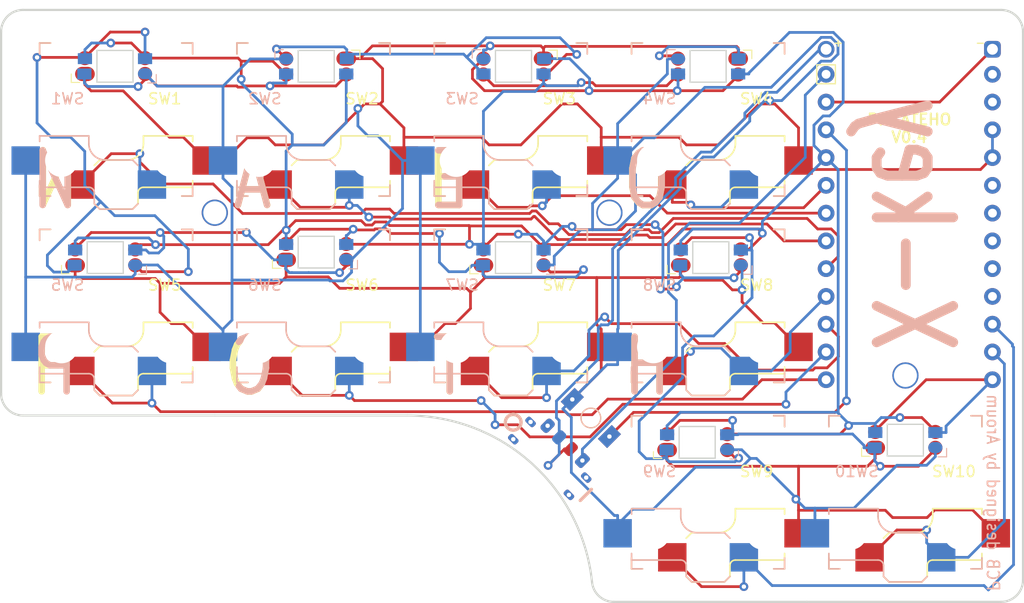
<source format=kicad_pcb>
(kicad_pcb (version 20241229) (generator "pcbnew") (generator_version "9.0")
  (title_block (title "PNCATEHO_v0.4") (date "2021-06-23") (rev "0.4") (company "Aroum"))
  (layers (0 "F.Cu" signal) (2 "B.Cu" signal) (13 "F.Paste" user) (15 "B.Paste" user) (5 "F.SilkS" user "F.Silkscreen") (7 "B.SilkS" user "B.Silkscreen") (1 "F.Mask" user) (3 "B.Mask" user) (25 "Edge.Cuts" user))
  (net 0 "")
  (net 1 "GND")
  (net 2 "reset")
  (net 3 "R1C1")
  (net 4 "R1C2")
  (net 5 "R1C3")
  (net 6 "R1C4")
  (net 7 "R2C1")
  (net 8 "R2C2")
  (net 9 "R2C3")
  (net 10 "R2C4")
  (net 11 "R3C4")
  (net 12 "R3C5")
  (net 13 "VCC")
  (net 14 "LED")
  (net 15 "Net-(PSW1-B)")
  (net 16 "Net-(LED1-DOUT)")
  (net 17 "Net-(LED2-DOUT)")
  (net 18 "Net-(LED3-DOUT)")
  (net 19 "Net-(LED4-DOUT)")
  (net 20 "Net-(LED5-DOUT)")
  (net 21 "Net-(LED6-DOUT)")
  (net 22 "Net-(LED7-DOUT)")
  (net 23 "Net-(LED8-DOUT)")
  (net 24 "Net-(LED10-DIN)")
  (net 25 "unconnected-(LED10-DOUT-Pad2)")
  (net 33 "VBAT")
  (net 34 "Net-(J1-Pad2)")
  (footprint "PNCATEHO:SW_3x4x2_2legs_duplex" (layer "F.Cu") (at 83.0326 63.1698 135)
    (property "Reference" "RSW1")
    (property "Value" "SW_PUSH")
  )
  (footprint "PNCATEHO:ProMicro_duplex" (layer "F.Cu") (at 112.16 46.209)
    (property "Reference" "U1" (hide yes))
    (property "Value" "ProMicro_r" (hide yes))
  )
  (footprint "keyswitches-pretty:Kailh_socket_PG1350_reversible" (layer "F.Cu") (at 75.706 52.918)
    (property "Reference" "SW7")
    (property "Value" "SW_PUSH")
  )
  (footprint "keyswitches-pretty:Kailh_socket_PG1350_reversible" (layer "F.Cu") (at 93.756 69.968)
    (property "Reference" "SW9")
    (property "Value" "SW_PUSH")
  )
  (footprint "keyswitches-pretty:Kailh_socket_PG1350_reversible" (layer "F.Cu") (at 93.756 52.918)
    (property "Reference" "SW8")
    (property "Value" "SW_PUSH")
  )
  (footprint "keyswitches-pretty:Kailh_socket_PG1350_reversible" (layer "F.Cu") (at 93.756 35.868)
    (property "Reference" "SW4")
    (property "Value" "SW_PUSH")
  )
  (footprint "keyswitches-pretty:Kailh_socket_PG1350_reversible" (layer "F.Cu") (at 75.706 35.868)
    (property "Reference" "SW3")
    (property "Value" "SW_PUSH")
  )
  (footprint "keyswitches-pretty:Kailh_socket_PG1350_reversible" (layer "F.Cu") (at 39.606 52.918)
    (property "Reference" "SW5")
    (property "Value" "SW_PUSH")
  )
  (footprint "keyswitches-pretty:Kailh_socket_PG1350_reversible" (layer "F.Cu") (at 39.606 35.868)
    (property "Reference" "SW1")
    (property "Value" "SW_PUSH")
  )
  (footprint "keyswitches-pretty:Kailh_socket_PG1350_reversible" (layer "F.Cu") (at 57.656 35.868)
    (property "Reference" "SW2")
    (property "Value" "SW_PUSH")
  )
  (footprint "keyswitches-pretty:Kailh_socket_PG1350_reversible" (layer "F.Cu") (at 57.656 52.918)
    (property "Reference" "SW6")
    (property "Value" "SW_PUSH")
  )
  (footprint "enki_lib:HOLE" (layer "F.Cu") (at 48.631 44.393)
    (property "Reference" "H1" (hide yes))
    (property "Value" "Hole" (hide yes))
  )
  (footprint "enki_lib:HOLE" (layer "F.Cu") (at 84.731 44.393)
    (property "Reference" "H2" (hide yes))
    (property "Value" "Hole" (hide yes))
  )
  (footprint "enki_lib:HOLE" (layer "F.Cu") (at 111.8108 59.2836)
    (property "Reference" "H3" (hide yes))
    (property "Value" "Hole" (hide yes))
  )
  (footprint "enki_lib:battery_conn" (layer "F.Cu") (at 112.16 29.441 180)
    (property "Reference" "J1" (hide yes))
    (property "Value" "TestPoint_2Pole")
  )
  (footprint "enki_lib:switch_MSK-12C02_smd" (layer "F.Cu") (at 79.2533 66.8871 -45)
    (property "Reference" "PSW1" (hide yes))
    (property "Value" "SW_SPDT" (hide yes))
  )
  (footprint "keyswitches-pretty:Kailh_socket_PG1350_reversible" (layer "B.Cu") (at 111.806 69.968 180)
    (property "Reference" "SW10")
    (property "Value" "SW_PUSH")
  )
  (footprint "PNCATEHO:YS-SK6812MINI-E_duplex" (layer "B.Cu") (at 93.756 31)
    (property "Reference" "LED10" (hide yes))
    (property "Value" "YS-SK6812MINI-E" (hide yes))
    (fp_line (start -1.65 -1.45) (end 1.65 -1.45) (stroke (width 0.12)) (layer "Edge.Cuts"))
    (fp_line (start -1.65 1.45) (end -1.65 -1.45) (stroke (width 0.12)) (layer "Edge.Cuts"))
    (fp_line (start 1.65 -1.45) (end 1.65 1.45) (stroke (width 0.12)) (layer "Edge.Cuts"))
    (fp_line (start 1.65 1.45) (end -1.65 1.45) (stroke (width 0.12)) (layer "Edge.Cuts"))
  )
  (footprint "PNCATEHO:YS-SK6812MINI-E_duplex" (layer "B.Cu") (at 111.8 65.2 180)
    (property "Reference" "LED1" (hide yes))
    (property "Value" "YS-SK6812MINI-E" (hide yes))
    (fp_line (start 1.65 1.45) (end -1.65 1.45) (stroke (width 0.12)) (layer "Edge.Cuts"))
    (fp_line (start 1.65 -1.45) (end 1.65 1.45) (stroke (width 0.12)) (layer "Edge.Cuts"))
    (fp_line (start -1.65 1.45) (end -1.65 -1.45) (stroke (width 0.12)) (layer "Edge.Cuts"))
    (fp_line (start -1.65 -1.45) (end 1.65 -1.45) (stroke (width 0.12)) (layer "Edge.Cuts"))
  )
  (footprint "PNCATEHO:YS-SK6812MINI-E_duplex" (layer "B.Cu") (at 92.756 65.4 180)
    (property "Reference" "LED2" (hide yes))
    (property "Value" "YS-SK6812MINI-E" (hide yes))
    (fp_line (start 1.65 1.45) (end -1.65 1.45) (stroke (width 0.12)) (layer "Edge.Cuts"))
    (fp_line (start 1.65 -1.45) (end 1.65 1.45) (stroke (width 0.12)) (layer "Edge.Cuts"))
    (fp_line (start -1.65 1.45) (end -1.65 -1.45) (stroke (width 0.12)) (layer "Edge.Cuts"))
    (fp_line (start -1.65 -1.45) (end 1.65 -1.45) (stroke (width 0.12)) (layer "Edge.Cuts"))
  )
  (footprint "PNCATEHO:YS-SK6812MINI-E_duplex" (layer "B.Cu") (at 94.006 48.5 180)
    (property "Reference" "LED3" (hide yes))
    (property "Value" "YS-SK6812MINI-E" (hide yes))
    (fp_line (start 1.65 1.45) (end -1.65 1.45) (stroke (width 0.12)) (layer "Edge.Cuts"))
    (fp_line (start 1.65 -1.45) (end 1.65 1.45) (stroke (width 0.12)) (layer "Edge.Cuts"))
    (fp_line (start -1.65 1.45) (end -1.65 -1.45) (stroke (width 0.12)) (layer "Edge.Cuts"))
    (fp_line (start -1.65 -1.45) (end 1.65 -1.45) (stroke (width 0.12)) (layer "Edge.Cuts"))
  )
  (footprint "PNCATEHO:YS-SK6812MINI-E_duplex" (layer "B.Cu") (at 75.956 48.5 180)
    (property "Reference" "LED4" (hide yes))
    (property "Value" "YS-SK6812MINI-E" (hide yes))
    (fp_line (start 1.65 1.45) (end -1.65 1.45) (stroke (width 0.12)) (layer "Edge.Cuts"))
    (fp_line (start 1.65 -1.45) (end 1.65 1.45) (stroke (width 0.12)) (layer "Edge.Cuts"))
    (fp_line (start -1.65 1.45) (end -1.65 -1.45) (stroke (width 0.12)) (layer "Edge.Cuts"))
    (fp_line (start -1.65 -1.45) (end 1.65 -1.45) (stroke (width 0.12)) (layer "Edge.Cuts"))
  )
  (footprint "PNCATEHO:YS-SK6812MINI-E_duplex" (layer "B.Cu") (at 57.906 48 180)
    (property "Reference" "LED5" (hide yes))
    (property "Value" "YS-SK6812MINI-E" (hide yes))
    (fp_line (start 1.65 1.45) (end -1.65 1.45) (stroke (width 0.12)) (layer "Edge.Cuts"))
    (fp_line (start 1.65 -1.45) (end 1.65 1.45) (stroke (width 0.12)) (layer "Edge.Cuts"))
    (fp_line (start -1.65 1.45) (end -1.65 -1.45) (stroke (width 0.12)) (layer "Edge.Cuts"))
    (fp_line (start -1.65 -1.45) (end 1.65 -1.45) (stroke (width 0.12)) (layer "Edge.Cuts"))
  )
  (footprint "PNCATEHO:YS-SK6812MINI-E_duplex" (layer "B.Cu") (at 38.606 48.5 180)
    (property "Reference" "LED6" (hide yes))
    (property "Value" "YS-SK6812MINI-E" (hide yes))
    (fp_line (start 1.65 1.45) (end -1.65 1.45) (stroke (width 0.12)) (layer "Edge.Cuts"))
    (fp_line (start 1.65 -1.45) (end 1.65 1.45) (stroke (width 0.12)) (layer "Edge.Cuts"))
    (fp_line (start -1.65 1.45) (end -1.65 -1.45) (stroke (width 0.12)) (layer "Edge.Cuts"))
    (fp_line (start -1.65 -1.45) (end 1.65 -1.45) (stroke (width 0.12)) (layer "Edge.Cuts"))
  )
  (footprint "PNCATEHO:YS-SK6812MINI-E_duplex" (layer "B.Cu") (at 39.5 31 180)
    (property "Reference" "LED7" (hide yes))
    (property "Value" "YS-SK6812MINI-E" (hide yes))
    (fp_line (start 1.65 1.45) (end -1.65 1.45) (stroke (width 0.12)) (layer "Edge.Cuts"))
    (fp_line (start 1.65 -1.45) (end 1.65 1.45) (stroke (width 0.12)) (layer "Edge.Cuts"))
    (fp_line (start -1.65 1.45) (end -1.65 -1.45) (stroke (width 0.12)) (layer "Edge.Cuts"))
    (fp_line (start -1.65 -1.45) (end 1.65 -1.45) (stroke (width 0.12)) (layer "Edge.Cuts"))
  )
  (footprint "PNCATEHO:YS-SK6812MINI-E_duplex" (layer "B.Cu") (at 57.906 31)
    (property "Reference" "LED8" (hide yes))
    (property "Value" "YS-SK6812MINI-E" (hide yes))
    (fp_line (start -1.65 -1.45) (end 1.65 -1.45) (stroke (width 0.12)) (layer "Edge.Cuts"))
    (fp_line (start -1.65 1.45) (end -1.65 -1.45) (stroke (width 0.12)) (layer "Edge.Cuts"))
    (fp_line (start 1.65 -1.45) (end 1.65 1.45) (stroke (width 0.12)) (layer "Edge.Cuts"))
    (fp_line (start 1.65 1.45) (end -1.65 1.45) (stroke (width 0.12)) (layer "Edge.Cuts"))
  )
  (footprint "PNCATEHO:YS-SK6812MINI-E_duplex" (layer "B.Cu") (at 75.956 31)
    (property "Reference" "LED9" (hide yes))
    (property "Value" "YS-SK6812MINI-E" (hide yes))
    (fp_line (start -1.65 -1.45) (end 1.65 -1.45) (stroke (width 0.12)) (layer "Edge.Cuts"))
    (fp_line (start -1.65 1.45) (end -1.65 -1.45) (stroke (width 0.12)) (layer "Edge.Cuts"))
    (fp_line (start 1.65 -1.45) (end 1.65 1.45) (stroke (width 0.12)) (layer "Edge.Cuts"))
    (fp_line (start 1.65 1.45) (end -1.65 1.45) (stroke (width 0.12)) (layer "Edge.Cuts"))
  )
  (gr_line (start 122.566009 77.992999) (end 122.566009 61.151251) (stroke (width 0.2)) (layer "Edge.Cuts"))
  (gr_line (start 102.780999 79.992999) (end 120.566009 79.992999) (stroke (width 0.2)) (layer "Edge.Cuts"))
  (gr_line (start 85.130669 79.992999) (end 102.780999 79.992999) (stroke (width 0.2)) (layer "Edge.Cuts"))
  (gr_line (start 48.631 62.942999) (end 66.231 62.942999) (stroke (width 0.2)) (layer "Edge.Cuts"))
  (gr_line (start 122.566009 61.151251) (end 122.566009 27.843) (stroke (width 0.2)) (layer "Edge.Cuts"))
  (gr_line (start 29.081 27.843) (end 29.081 44.393) (stroke (width 0.2)) (layer "Edge.Cuts"))
  (gr_line (start 29.081 44.393) (end 29.081 60.942999) (stroke (width 0.2)) (layer "Edge.Cuts"))
  (gr_line (start 31.081 62.942999) (end 48.631 62.942999) (stroke (width 0.2)) (layer "Edge.Cuts"))
  (gr_arc (start 66.231 62.942998) (mid 77.618263 67.320389) (end 83.141231 78.198262) (stroke (width 0.2)) (layer "Edge.Cuts"))
  (gr_arc (start 85.130669 79.992998) (mid 83.79101 79.478) (end 83.141231 78.198262) (stroke (width 0.2)) (layer "Edge.Cuts"))
  (gr_arc (start 122.566009 77.992999) (mid 121.980223 79.407216) (end 120.566009 79.992999) (stroke (width 0.2)) (layer "Edge.Cuts"))
  (gr_arc (start 31.081 62.942999) (mid 29.666787 62.357213) (end 29.081 60.942999) (stroke (width 0.2)) (layer "Edge.Cuts"))
  (gr_line (start 31.081 25.843) (end 120.566009 25.843) (stroke (width 0.2)) (layer "Edge.Cuts"))
  (gr_arc (start 29.081 27.843) (mid 29.666786 26.428786) (end 31.081 25.843) (stroke (width 0.2)) (layer "Edge.Cuts"))
  (gr_arc (start 120.566009 25.843) (mid 121.980217 26.42879) (end 122.566009 27.843) (stroke (width 0.2)) (layer "Edge.Cuts"))
  (gr_text "РИСАТЕНО\nV0.4" (at 112.16 36.6776 0) (layer "F.SilkS") (effects (font (size 1 1) (thickness 0.2))))
  (gr_text "О\n" (at 88.1595 41.4115 0) (layer "F.SilkS") (effects (font (size 5 4) (thickness 0.6))))
  (gr_text "Н" (at 88.1722 58.4488 0) (layer "F.SilkS") (effects (font (size 5 4) (thickness 0.6))))
  (gr_text "Т" (at 70.1161 58.4488 0) (layer "F.SilkS") (effects (font (size 5 4) (thickness 0.6))))
  (gr_text "С" (at 51.5266 58.4615 0) (layer "F.SilkS") (effects (font (size 5 4) (thickness 0.6))))
  (gr_text "Е\n" (at 69.9436 41.402 0) (layer "F.SilkS") (effects (font (size 5 4) (thickness 0.6))))
  (gr_text "А" (at 52.0854 41.3988 0) (layer "F.SilkS") (effects (font (size 5 4) (thickness 0.6))))
  (gr_text "И" (at 34.042 41.3861 0) (layer "F.SilkS") (effects (font (size 5 4) (thickness 0.6))))
  (gr_text "Р" (at 33.8388 58.4488 0) (layer "F.SilkS") (effects (font (size 5 4) (thickness 0.6))))
  (gr_text "PCB designed by Aroum\n" (at 119.8118 70.0024 -90) (layer "B.SilkS") (effects (font (size 1.1 0.99)) (justify mirror)))
  (gr_text "И" (at 34.028 41.402 0) (layer "B.SilkS") (effects (font (size 5 4) (thickness 0.6)) (justify mirror)))
  (gr_text "С" (at 52.078 58.452 0) (layer "B.SilkS") (effects (font (size 5 4) (thickness 0.6)) (justify mirror)))
  (gr_text "А" (at 52.078 41.402 0) (layer "B.SilkS") (effects (font (size 5 4) (thickness 0.6)) (justify mirror)))
  (gr_text "О\n" (at 88.178 41.402 0) (layer "B.SilkS") (effects (font (size 5 4) (thickness 0.6)) (justify mirror)))
  (gr_text "Р" (at 34.028 58.452 0) (layer "B.SilkS") (effects (font (size 5 4) (thickness 0.6)) (justify mirror)))
  (gr_text "Н" (at 88.178 58.452 0) (layer "B.SilkS") (effects (font (size 5 4) (thickness 0.6)) (justify mirror)))
  (gr_text "X-key" (at 112.3696 45.4152 270) (layer "B.SilkS") (effects (font (size 7 5) (thickness 0.9)) (justify mirror)))
  (gr_text "Т" (at 70.128 58.452 0) (layer "B.SilkS") (effects (font (size 5 4) (thickness 0.6)) (justify mirror)))
  (gr_text "Е\n" (at 70.128 41.402 0) (layer "B.SilkS") (effects (font (size 5 4) (thickness 0.6)) (justify mirror)))
  (segment (start 43.623 53.5016) (end 44.6613 54.5399) (width 0.25) (layer "F.Cu") (net 1))
  (segment (start 117.953 71.59) (end 120.081 73.718) (width 0.25) (layer "F.Cu") (net 1))
  (segment (start 63.0526 29.1301) (end 61.8827 30.3) (width 0.25) (layer "F.Cu") (net 1))
  (segment (start 102.031 36.6239) (end 102.031 39.618) (width 0.25) (layer "F.Cu") (net 1))
  (segment (start 60.0504 51.3091) (end 71.6646 51.3091) (width 0.25) (layer "F.Cu") (net 1))
  (segment (start 36.0932 50.4139) (end 43.1834 50.4139) (width 0.25) (layer "F.Cu") (net 1))
  (segment (start 65.931 36.6239) (end 63.7475 34.4404) (width 0.25) (layer "F.Cu") (net 1))
  (segment (start 83.981 56.668) (end 83.981 55.0413) (width 0.25) (layer "F.Cu") (net 1))
  (segment (start 90.006 67.0767) (end 90.5171 67.5878) (width 0.25) (layer "F.Cu") (net 1))
  (segment (start 36.75 32.6767) (end 37.3198 33.2465) (width 0.25) (layer "F.Cu") (net 1))
  (segment (start 47.881 39.618) (end 49.5077 39.618) (width 0.25) (layer "F.Cu") (net 1))
  (segment (start 72.0205 51.665) (end 73.3574 50.3281) (width 0.25) (layer "F.Cu") (net 1))
  (segment (start 99.8314 54.4684) (end 98.7859 54.4684) (width 0.25) (layer "F.Cu") (net 1))
  (segment (start 73.3574 50.3281) (end 83.5707 50.3281) (width 0.25) (layer "F.Cu") (net 1))
  (segment (start 55.156 50.2651) (end 59.0064 50.2651) (width 0.25) (layer "F.Cu") (net 1))
  (segment (start 65.931 39.618) (end 65.931 37.49) (width 0.25) (layer "F.Cu") (net 1))
  (segment (start 102.031 71.6136) (end 102.031 73.718) (width 0.25) (layer "F.Cu") (net 1))
  (segment (start 83.981 37.49) (end 91.0766 37.49) (width 0.25) (layer "F.Cu") (net 1))
  (segment (start 90.5171 67.5878) (end 102.031 67.5878) (width 0.25) (layer "F.Cu") (net 1))
  (segment (start 95.9768 51.45) (end 96.8644 51.45) (width 0.25) (layer "F.Cu") (net 1))
  (segment (start 102.031 67.5878) (end 102.031 70.6042) (width 0.25) (layer "F.Cu") (net 1))
  (segment (start 102.031 56.668) (end 99.8314 54.4684) (width 0.25) (layer "F.Cu") (net 1))
  (segment (start 53.5163 37.5413) (end 54.1622 38.1872) (width 0.25) (layer "F.Cu") (net 1))
  (segment (start 94.6817 38.1872) (end 98.4285 34.4404) (width 0.25) (layer "F.Cu") (net 1))
  (segment (start 35.856 50.1767) (end 36.0932 50.4139) (width 0.25) (layer "F.Cu") (net 1))
  (segment (start 51.5844 37.5413) (end 53.5163 37.5413) (width 0.25) (layer "F.Cu") (net 1))
  (segment (start 102.8537 40.4407) (end 102.031 39.618) (width 0.25) (layer "F.Cu") (net 1))
  (segment (start 78.4495 29.1301) (end 73.8177 29.1301) (width 0.25) (layer "F.Cu") (net 1))
  (segment (start 98.7859 54.4684) (end 96.8644 52.5469) (width 0.25) (layer "F.Cu") (net 1))
  (segment (start 83.981 36.6239) (end 83.981 37.49) (width 0.25) (layer "F.Cu") (net 1))
  (segment (start 43.623 50.8535) (end 43.623 53.5016) (width 0.25) (layer "F.Cu") (net 1))
  (segment (start 49.5077 39.618) (end 51.5844 37.5413) (width 0.25) (layer "F.Cu") (net 1))
  (segment (start 96.8644 52.5469) (end 96.8644 51.45) (width 0.25) (layer "F.Cu") (net 1))
  (segment (start 96.506 30.3) (end 96.506 29.3233) (width 0.25) (layer "F.Cu") (net 1))
  (segment (start 80.6024 34.4404) (end 81.7975 34.4404) (width 0.25) (layer "F.Cu") (net 1))
  (segment (start 62.3285 34.4404) (end 63.7475 34.4404) (width 0.25) (layer "F.Cu") (net 1))
  (segment (start 61.8169 34.952) (end 61.7206 34.8557) (width 0.25) (layer "F.Cu") (net 1))
  (segment (start 54.5676 50.8535) (end 55.156 50.2651) (width 0.25) (layer "F.Cu") (net 1))
  (segment (start 96.506 29.3233) (end 96.3616 29.1789) (width 0.25) (layer "F.Cu") (net 1))
  (segment (start 54.1622 38.1872) (end 58.5817 38.1872) (width 0.25) (layer "F.Cu") (net 1))
  (segment (start 83.5707 50.3281) (end 83.5707 54.631) (width 0.25) (layer "F.Cu") (net 1))
  (segment (start 72.0205 51.665) (end 72.0205 53.1528) (width 0.25) (layer "F.Cu") (net 1))
  (segment (start 83.981 39.618) (end 83.981 37.49) (width 0.25) (layer "F.Cu") (net 1))
  (segment (start 91.6496 50.5703) (end 95.0971 50.5703) (width 0.25) (layer "F.Cu") (net 1))
  (segment (start 73.206 50.1767) (end 73.3574 50.3281) (width 0.25) (layer "F.Cu") (net 1))
  (segment (start 80.6009 34.4419) (end 80.6024 34.4404) (width 0.25) (layer "F.Cu") (net 1))
  (segment (start 90.006 66.1) (end 90.006 67.0767) (width 0.25) (layer "F.Cu") (net 1))
  (segment (start 71.6646 51.3091) (end 72.0205 51.665) (width 0.25) (layer "F.Cu") (net 1))
  (segment (start 45.7529 37.4899) (end 47.881 39.618) (width 0.25) (layer "F.Cu") (net 1))
  (segment (start 76.6317 38.1872) (end 80.377 34.4419) (width 0.25) (layer "F.Cu") (net 1))
  (segment (start 109.9707 71.6136) (end 110.637 72.2799) (width 0.25) (layer "F.Cu") (net 1))
  (segment (start 78.706 29.3866) (end 78.4495 29.1301) (width 0.25) (layer "F.Cu") (net 1))
  (segment (start 59.0064 50.2651) (end 60.0504 51.3091) (width 0.25) (layer "F.Cu") (net 1))
  (segment (start 69.695 54.5307) (end 67.5577 56.668) (width 0.25) (layer "F.Cu") (net 1))
  (segment (start 65.931 37.49) (end 65.931 36.6239) (width 0.25) (layer "F.Cu") (net 1))
  (segment (start 35.856 49.2) (end 35.856 50.1767) (width 0.25) (layer "F.Cu") (net 1))
  (segment (start 119.7714 39.351) (end 118.6817 40.4407) (width 0.25) (layer "F.Cu") (net 1))
  (segment (start 109.05 66.8767) (end 108.3389 67.5878) (width 0.25) (layer "F.Cu") (net 1))
  (segment (start 91.1046 50.3281) (end 91.256 50.1767) (width 0.25) (layer "F.Cu") (net 1))
  (segment (start 43.1834 50.4139) (end 43.623 50.8535) (width 0.25) (layer "F.Cu") (net 1))
  (segment (start 78.8504 29.1789) (end 78.706 29.3233) (width 0.25) (layer "F.Cu") (net 1))
  (segment (start 99.3825 34.4404) (end 99.3825 34.1368) (width 0.25) (layer "F.Cu") (net 1))
  (segment (start 110.637 72.2799) (end 113.7957 72.2799) (width 0.25) (layer "F.Cu") (net 1))
  (segment (start 114.4856 71.59) (end 117.953 71.59) (width 0.25) (layer "F.Cu") (net 1))
  (segment (start 43.623 50.8535) (end 54.5676 50.8535) (width 0.25) (layer "F.Cu") (net 1))
  (segment (start 81.3355 61.4727) (end 83.981 58.8272) (width 0.25) (layer "F.Cu") (net 1))
  (segment (start 36.75 31.7) (end 36.75 32.6767) (width 0.25) (layer "F.Cu") (net 1))
  (segment (start 65.931 37.49) (end 73.0266 37.49) (width 0.25) (layer "F.Cu") (net 1))
  (segment (start 102.031 70.6042) (end 101.7902 70.6042) (width 0.25) (layer "F.Cu") (net 1))
  (segment (start 60.656 30.3) (end 61.8827 30.3) (width 0.25) (layer "F.Cu") (net 1))
  (segment (start 96.3616 29.1789) (end 78.8504 29.1789) (width 0.25) (layer "F.Cu") (net 1))
  (segment (start 61.8169 34.952) (end 62.3285 34.4404) (width 0.25) (layer "F.Cu") (net 1))
  (segment (start 65.931 56.668) (end 67.5577 56.668) (width 0.25) (layer "F.Cu") (net 1))
  (segment (start 102.031 71.6136) (end 109.9707 71.6136) (width 0.25) (layer "F.Cu") (net 1))
  (segment (start 63.9793 34.2086) (end 63.9793 31.2172) (width 0.25) (layer "F.Cu") (net 1))
  (segment (start 44.6613 54.5399) (end 45.7529 54.5399) (width 0.25) (layer "F.Cu") (net 1))
  (segment (start 73.206 49.2) (end 73.206 50.1767) (width 0.25) (layer "F.Cu") (net 1))
  (segment (start 72.0205 53.1528) (end 70.6426 54.5307) (width 0.25) (layer "F.Cu") (net 1))
  (segment (start 118.6817 40.4407) (end 102.8537 40.4407) (width 0.25) (layer "F.Cu") (net 1))
  (segment (start 99.3825 34.4404) (end 99.8475 34.4404) (width 0.25) (layer "F.Cu") (net 1))
  (segment (start 102.031 70.6042) (end 102.031 71.6136) (width 0.25) (layer "F.Cu") (net 1))
  (segment (start 91.0766 37.49) (end 91.7738 38.1872) (width 0.25) (layer "F.Cu") (net 1))
  (segment (start 63.9793 31.2172) (end 63.0621 30.3) (width 0.25) (layer "F.Cu") (net 1))
  (segment (start 83.5707 54.631) (end 83.981 55.0413) (width 0.25) (layer "F.Cu") (net 1))
  (segment (start 58.5817 38.1872) (end 61.8169 34.952) (width 0.25) (layer "F.Cu") (net 1))
  (segment (start 78.706 30.3) (end 78.706 29.3866) (width 0.25) (layer "F.Cu") (net 1))
  (segment (start 73.7238 38.1872) (end 76.6317 38.1872) (width 0.25) (layer "F.Cu") (net 1))
  (segment (start 98.4285 34.4404) (end 99.3825 34.4404) (width 0.25) (layer "F.Cu") (net 1))
  (segment (start 91.7738 38.1872) (end 94.6817 38.1872) (width 0.25) (layer "F.Cu") (net 1))
  (segment (start 113.7957 72.2799) (end 114.4856 71.59) (width 0.25) (layer "F.Cu") (net 1))
  (segment (start 45.7529 54.5399) (end 47.881 56.668) (width 0.25) (layer "F.Cu") (net 1))
  (segment (start 99.8475 34.4404) (end 102.031 36.6239) (width 0.25) (layer "F.Cu") (net 1))
  (segment (start 83.5707 50.3281) (end 91.1046 50.3281) (width 0.25) (layer "F.Cu") (net 1))
  (segment (start 95.0971 50.5703) (end 95.9768 51.45) (width 0.25) (layer "F.Cu") (net 1))
  (segment (start 73.0266 37.49) (end 73.7238 38.1872) (width 0.25) (layer "F.Cu") (net 1))
  (segment (start 109.05 65.9) (end 109.05 66.8767) (width 0.25) (layer "F.Cu") (net 1))
  (segment (start 37.3198 33.2465) (end 40.2498 33.2465) (width 0.25) (layer "F.Cu") (net 1))
  (segment (start 44.4932 37.4899) (end 45.7529 37.4899) (width 0.25) (layer "F.Cu") (net 1))
  (segment (start 108.3389 67.5878) (end 102.031 67.5878) (width 0.25) (layer "F.Cu") (net 1))
  (segment (start 63.7475 34.4404) (end 63.9793 34.2086) (width 0.25) (layer "F.Cu") (net 1))
  (segment (start 70.6426 54.5307) (end 69.695 54.5307) (width 0.25) (layer "F.Cu") (net 1))
  (segment (start 78.706 29.3866) (end 78.706 29.3233) (width 0.25) (layer "F.Cu") (net 1))
  (segment (start 55.156 48.7) (end 55.156 49.6767) (width 0.25) (layer "F.Cu") (net 1))
  (segment (start 40.2498 33.2465) (end 44.4932 37.4899) (width 0.25) (layer "F.Cu") (net 1))
  (segment (start 91.256 49.2) (end 91.256 50.1767) (width 0.25) (layer "F.Cu") (net 1))
  (segment (start 81.7975 34.4404) (end 83.981 36.6239) (width 0.25) (layer "F.Cu") (net 1))
  (segment (start 83.981 58.8272) (end 83.981 56.668) (width 0.25) (layer "F.Cu") (net 1))
  (segment (start 73.8177 29.1301) (end 63.0526 29.1301) (width 0.25) (layer "F.Cu") (net 1))
  (segment (start 55.156 49.6767) (end 55.156 50.2651) (width 0.25) (layer "F.Cu") (net 1))
  (segment (start 80.377 34.4419) (end 80.6009 34.4419) (width 0.25) (layer "F.Cu") (net 1))
  (segment (start 91.256 50.1767) (end 91.6496 50.5703) (width 0.25) (layer "F.Cu") (net 1))
  (segment (start 63.0621 30.3) (end 61.8827 30.3) (width 0.25) (layer "F.Cu") (net 1))
  (via (at 61.7206 34.8557) (size 0.8) (drill 0.4) (layers "F.Cu" "B.Cu") (net 1))
  (via (at 73.8177 29.1301) (size 0.8) (drill 0.4) (layers "F.Cu" "B.Cu") (net 1))
  (via (at 99.3825 34.1368) (size 0.8) (drill 0.4) (layers "F.Cu" "B.Cu") (net 1))
  (via (at 101.7902 70.6042) (size 0.8) (drill 0.4) (layers "F.Cu" "B.Cu") (net 1))
  (via (at 96.8644 51.45) (size 0.8) (drill 0.4) (layers "F.Cu" "B.Cu") (net 1))
  (segment (start 86.6793 40.4782) (end 86.6793 38.7578) (width 0.25) (layer "B.Cu") (net 1))
  (segment (start 43.4061 49.175) (end 44.6229 50.3918) (width 0.25) (layer "B.Cu") (net 1))
  (segment (start 96.8214 67.6768) (end 97.6255 66.8727) (width 0.25) (layer "B.Cu") (net 1))
  (segment (start 96.751 49.175) (end 96.8644 49.2884) (width 0.25) (layer "B.Cu") (net 1))
  (segment (start 73.211 29.4983) (end 73.4495 29.4983) (width 0.25) (layer "B.Cu") (net 1))
  (segment (start 79.6777 49.175) (end 79.6827 49.17) (width 0.25) (layer "B.Cu") (net 1))
  (segment (start 49.381 32.8177) (end 49.381 39.618) (width 0.25) (layer "B.Cu") (net 1))
  (segment (start 90.0293 31.6978) (end 85.481 36.2461) (width 0.25) (layer "B.Cu") (net 1))
  (segment (start 85.3961 45.954) (end 87.1164 44.2337) (width 0.25) (layer "B.Cu") (net 1))
  (segment (start 41.0698 50.2829) (end 41.351 50.0017) (width 0.25) (layer "B.Cu") (net 1))
  (segment (start 85.481 56.668) (end 85.481 55.0413) (width 0.25) (layer "B.Cu") (net 1))
  (segment (start 44.6229 50.3918) (end 44.6229 50.396) (width 0.25) (layer "B.Cu") (net 1))
  (segment (start 61.7206 36.4522) (end 62.6249 37.3565) (width 0.25) (layer "B.Cu") (net 1))
  (segment (start 45.0487 50.8218) (end 45.0529 50.8218) (width 0.25) (layer "B.Cu") (net 1))
  (segment (start 105.0025 28.3523) (end 105.6401 28.9899) (width 0.25) (layer "B.Cu") (net 1))
  (segment (start 97.6255 66.8727) (end 98.1855 66.8727) (width 0.25) (layer "B.Cu") (net 1))
  (segment (start 97.5684 36.0164) (end 94.2854 39.2994) (width 0.25) (layer "B.Cu") (net 1))
  (segment (start 50.2059 50.5526) (end 50.2059 42.0696) (width 0.25) (layer "B.Cu") (net 1))
  (segment (start 85.176 72.0913) (end 81.2463 68.1616) (width 0.25) (layer "B.Cu") (net 1))
  (segment (start 50.2059 42.0696) (end 49.381 41.2447) (width 0.25) (layer "B.Cu") (net 1))
  (segment (start 67.431 39.618) (end 65.8043 39.618) (width 0.25) (layer "B.Cu") (net 1))
  (segment (start 86.8672 71.5184) (end 88.7532 71.5184) (width 0.25) (layer "B.Cu") (net 1))
  (segment (start 79.6827 49.17) (end 79.6827 48.3725) (width 0.25) (layer "B.Cu") (net 1))
  (segment (start 73.211 30.325) (end 73.211 29.4983) (width 0.25) (layer "B.Cu") (net 1))
  (segment (start 92.5948 67.6768) (end 96.8214 67.6768) (width 0.25) (layer "B.Cu") (net 1))
  (segment (start 45.0529 50.8218) (end 49.381 55.1499) (width 0.25) (layer "B.Cu") (net 1))
  (segment (start 88.1834 45.1879) (end 85.5367 47.8346) (width 0.25) (layer "B.Cu") (net 1))
  (segment (start 93.4589 32.9248) (end 99.5279 32.9248) (width 0.25) (layer "B.Cu") (net 1))
  (segment (start 49.381 55.1499) (end 49.381 55.0413) (width 0.25) (layer "B.Cu") (net 1))
  (segment (start 98.1855 66.8727) (end 101.7902 70.4774) (width 0.25) (layer "B.Cu") (net 1))
  (segment (start 84.5135 58.2947) (end 85.481 58.2947) (width 0.25) (layer "B.Cu") (net 1))
  (segment (start 81.2463 63.1183) (end 80.4681 62.3401) (width 0.25) (layer "B.Cu") (net 1))
  (segment (start 103.531 71.4207) (end 102.6067 71.4207) (width 0.25) (layer "B.Cu") (net 1))
  (segment (start 60.3519 50.6283) (end 59.1597 50.6283) (width 0.25) (layer "B.Cu") (net 1))
  (segment (start 87.8958 37.5413) (end 88.8424 37.5413) (width 0.25) (layer "B.Cu") (net 1))
  (segment (start 31.331 39.618) (end 31.331 50.2829) (width 0.25) (layer "B.Cu") (net 1))
  (segment (start 81.3355 61.4727) (end 84.5135 58.2947) (width 0.25) (layer "B.Cu") (net 1))
  (segment (start 65.8043 39.618) (end 65.8043 44.0101) (width 0.25) (layer "B.Cu") (net 1))
  (segment (start 85.481 36.2461) (end 85.481 39.618) (width 0.25) (layer "B.Cu") (net 1))
  (segment (start 49.381 32.8177) (end 43.3877 32.8177) (width 0.25) (layer "B.Cu") (net 1))
  (segment (start 87.1164 40.9153) (end 86.6793 40.4782) (width 0.25) (layer "B.Cu") (net 1))
  (segment (start 51.8737 30.325) (end 49.381 32.8177) (width 0.25) (layer "B.Cu") (net 1))
  (segment (start 97.6255 66.8727) (end 96.8277 66.075) (width 0.25) (layer "B.Cu") (net 1))
  (segment (start 93.3064 39.2994) (end 91.2276 41.3782) (width 0.25) (layer "B.Cu") (net 1))
  (segment (start 94.2854 39.2994) (end 93.3064 39.2994) (width 0.25) (layer "B.Cu") (net 1))
  (segment (start 111.0309 67.4979) (end 107.1081 71.4207) (width 0.25) (layer "B.Cu") (net 1))
  (segment (start 31.331 50.2829) (end 31.331 56.668) (width 0.25) (layer "B.Cu") (net 1))
  (segment (start 81.3355 61.4727) (end 80.4681 62.3401) (width 0.25) (layer "B.Cu") (net 1))
  (segment (start 83.1894 45.954) (end 85.3961 45.954) (width 0.25) (layer "B.Cu") (net 1))
  (segment (start 88.8424 37.5413) (end 93.4589 32.9248) (width 0.25) (layer "B.Cu") (net 1))
  (segment (start 65.8043 44.0101) (end 61.1394 48.675) (width 0.25) (layer "B.Cu") (net 1))
  (segment (start 90.0343 30.325) (end 90.0293 30.33) (width 0.25) (layer "B.Cu") (net 1))
  (segment (start 62.6249 37.3565) (end 63.5428 37.3565) (width 0.25) (layer "B.Cu") (net 1))
  (segment (start 49.381 39.618) (end 49.381 41.2447) (width 0.25) (layer "B.Cu") (net 1))
  (segment (start 104.1004 28.3523) (end 105.0025 28.3523) (width 0.25) (layer "B.Cu") (net 1))
  (segment (start 114.545 66.7017) (end 113.7488 67.4979) (width 0.25) (layer "B.Cu") (net 1))
  (segment (start 98.9343 34.1368) (end 97.5684 35.5027) (width 0.25) (layer "B.Cu") (net 1))
  (segment (start 63.5428 37.3565) (end 65.8043 39.618) (width 0.25) (layer "B.Cu") (net 1))
  (segment (start 31.331 50.2829) (end 41.0698 50.2829) (width 0.25) (layer "B.Cu") (net 1))
  (segment (start 91.2276 41.3782) (end 91.2276 42.1437) (width 0.25) (layer "B.Cu") (net 1))
  (segment (start 50.2059 54.2164) (end 50.2059 50.5526) (width 0.25) (layer "B.Cu") (net 1))
  (segment (start 83.1894 45.954) (end 83.1894 43.5363) (width 0.25) (layer "B.Cu") (net 1))
  (segment (start 99.5279 32.9248) (end 104.1004 28.3523) (width 0.25) (layer "B.Cu") (net 1))
  (segment (start 96.8277 66.075) (end 95.501 66.075) (width 0.25) (layer "B.Cu") (net 1))
  (segment (start 59.1597 50.6283) (end 59.084 50.5526) (width 0.25) (layer "B.Cu") (net 1))
  (segment (start 114.545 65.875) (end 114.545 66.7017) (width 0.25) (layer "B.Cu") (net 1))
  (segment (start 60.651 48.675) (end 61.1394 48.675) (width 0.25) (layer "B.Cu") (net 1))
  (segment (start 49.381 55.0413) (end 50.2059 54.2164) (width 0.25) (layer "B.Cu") (net 1))
  (segment (start 102.6067 71.4207) (end 101.7902 70.6042) (width 0.25) (layer "B.Cu") (net 1))
  (segment (start 85.481 72.9046) (end 85.481 72.0913) (width 0.25) (layer "B.Cu") (net 1))
  (segment (start 82.1012 45.954) (end 83.1894 45.954) (width 0.25) (layer "B.Cu") (net 1))
  (segment (start 41.351 49.175) (end 41.351 50.0017) (width 0.25) (layer "B.Cu") (net 1))
  (segment (start 119.7714 36.811) (end 119.7714 39.351) (width 0.25) (layer "B.Cu") (net 1))
  (segment (start 87.1164 44.2337) (end 87.1164 40.9153) (width 0.25) (layer "B.Cu") (net 1))
  (segment (start 103.531 73.718) (end 103.531 72.0913) (width 0.25) (layer "B.Cu") (net 1))
  (segment (start 85.481 56.668) (end 85.481 58.2947) (width 0.25) (layer "B.Cu") (net 1))
  (segment (start 88.6092 44.7581) (end 88.1834 45.1839) (width 0.25) (layer "B.Cu") (net 1))
  (segment (start 67.431 39.618) (end 67.431 56.668) (width 0.25) (layer "B.Cu") (net 1))
  (segment (start 55.161 30.325) (end 51.8737 30.325) (width 0.25) (layer "B.Cu") (net 1))
  (segment (start 96.8644 49.2884) (end 96.8644 51.45) (width 0.25) (layer "B.Cu") (net 1))
  (segment (start 97.5684 35.5027) (end 97.5684 36.0164) (width 0.25) (layer "B.Cu") (net 1))
  (segment (start 49.381 56.668) (end 49.381 55.8546) (width 0.25) (layer "B.Cu") (net 1))
  (segment (start 88.7532 71.5184) (end 92.5948 67.6768) (width 0.25) (layer "B.Cu") (net 1))
  (segment (start 61.1394 49.8408) (end 60.3519 50.6283) (width 0.25) (layer "B.Cu") (net 1))
  (segment (start 83.1894 43.5363) (end 85.481 41.2447) (width 0.25) (layer "B.Cu") (net 1))
  (segment (start 79.6827 48.3725) (end 82.1012 45.954) (width 0.25) (layer "B.Cu") (net 1))
  (segment (start 105.0025 30.5297) (end 104.1015 30.5297) (width 0.25) (layer "B.Cu") (net 1))
  (segment (start 105.6401 28.9899) (end 105.6401 29.8921) (width 0.25) (layer "B.Cu") (net 1))
  (segment (start 85.5367 54.9856) (end 85.481 55.0413) (width 0.25) (layer "B.Cu") (net 1))
  (segment (start 101.7902 70.4774) (end 101.7902 70.6042) (width 0.25) (layer "B.Cu") (net 1))
  (segment (start 78.701 49.175) (end 79.6777 49.175) (width 0.25) (layer "B.Cu") (net 1))
  (segment (start 103.531 72.0913) (end 103.531 71.4207) (width 0.25) (layer "B.Cu") (net 1))
  (segment (start 44.6229 50.396) (end 45.0487 50.8218) (width 0.25) (layer "B.Cu") (net 1))
  (segment (start 81.2463 68.1616) (end 81.2463 63.1183) (width 0.25) (layer "B.Cu") (net 1))
  (segment (start 100.4944 34.1368) (end 99.3825 34.1368) (width 0.25) (layer "B.Cu") (net 1))
  (segment (start 85.5367 47.8346) (end 85.5367 54.9856) (width 0.25) (layer "B.Cu") (net 1))
  (segment (start 91.011 30.325) (end 90.0343 30.325) (width 0.25) (layer "B.Cu") (net 1))
  (segment (start 85.481 73.718) (end 85.481 72.9046) (width 0.25) (layer "B.Cu") (net 1))
  (segment (start 41.351 49.175) (end 43.4061 49.175) (width 0.25) (layer "B.Cu") (net 1))
  (segment (start 86.6793 38.7578) (end 87.8958 37.5413) (width 0.25) (layer "B.Cu") (net 1))
  (segment (start 85.481 72.9046) (end 86.8672 71.5184) (width 0.25) (layer "B.Cu") (net 1))
  (segment (start 113.7488 67.4979) (end 111.0309 67.4979) (width 0.25) (layer "B.Cu") (net 1))
  (segment (start 88.1834 45.1839) (end 88.1834 45.1879) (width 0.25) (layer "B.Cu") (net 1))
  (segment (start 104.1015 30.5297) (end 100.4944 34.1368) (width 0.25) (layer "B.Cu") (net 1))
  (segment (start 90.0293 30.33) (end 90.0293 31.6978) (width 0.25) (layer "B.Cu") (net 1))
  (segment (start 107.1081 71.4207) (end 103.531 71.4207) (width 0.25) (layer "B.Cu") (net 1))
  (segment (start 49.381 55.8546) (end 49.381 55.1499) (width 0.25) (layer "B.Cu") (net 1))
  (segment (start 85.481 39.618) (end 85.481 41.2447) (width 0.25) (layer "B.Cu") (net 1))
  (segment (start 43.3877 32.8177) (end 42.245 31.675) (width 0.25) (layer "B.Cu") (net 1))
  (segment (start 91.2276 42.1437) (end 88.6132 44.7581) (width 0.25) (layer "B.Cu") (net 1))
  (segment (start 59.084 50.5526) (end 50.2059 50.5526) (width 0.25) (layer "B.Cu") (net 1))
  (segment (start 99.3825 34.1368) (end 98.9343 34.1368) (width 0.25) (layer "B.Cu") (net 1))
  (segment (start 85.481 72.0913) (end 85.176 72.0913) (width 0.25) (layer "B.Cu") (net 1))
  (segment (start 61.7206 34.8557) (end 61.7206 36.4522) (width 0.25) (layer "B.Cu") (net 1))
  (segment (start 88.6132 44.7581) (end 88.6092 44.7581) (width 0.25) (layer "B.Cu") (net 1))
  (segment (start 73.4495 29.4983) (end 73.8177 29.1301) (width 0.25) (layer "B.Cu") (net 1))
  (segment (start 105.6401 29.8921) (end 105.0025 30.5297) (width 0.25) (layer "B.Cu") (net 1))
  (segment (start 61.1394 48.675) (end 61.1394 49.8408) (width 0.25) (layer "B.Cu") (net 1))
  (segment (start 106.4173 61.6021) (end 105.3577 62.6617) (width 0.25) (layer "F.Cu") (net 2))
  (segment (start 105.3577 62.6617) (end 86.9349 62.6617) (width 0.25) (layer "F.Cu") (net 2))
  (segment (start 86.9349 62.6617) (end 84.7297 64.8669) (width 0.25) (layer "F.Cu") (net 2))
  (via (at 106.4173 61.6021) (size 0.8) (drill 0.4) (layers "F.Cu" "B.Cu") (net 2))
  (segment (start 106.4173 38.6769) (end 106.4173 61.6021) (width 0.25) (layer "B.Cu") (net 2))
  (segment (start 104.5514 36.811) (end 106.4173 38.6769) (width 0.25) (layer "B.Cu") (net 2))
  (segment (start 41.7739 39.7575) (end 43.7829 41.7665) (width 0.25) (layer "F.Cu") (net 3))
  (segment (start 62.0213 44.4632) (end 62.4213 44.0632) (width 0.25) (layer "F.Cu") (net 3))
  (segment (start 79.2011 45.4048) (end 80.0437 45.4048) (width 0.25) (layer "F.Cu") (net 3))
  (segment (start 103.7794 45.8808) (end 105.0206 45.8808) (width 0.25) (layer "F.Cu") (net 3))
  (segment (start 88.6092 46.2115) (end 89.2801 46.2115) (width 0.25) (layer "F.Cu") (net 3))
  (segment (start 89.2801 46.2115) (end 90.5734 44.9182) (width 0.25) (layer "F.Cu") (net 3))
  (segment (start 43.7829 41.7665) (end 48.4795 41.7665) (width 0.25) (layer "F.Cu") (net 3))
  (segment (start 77.4336 44.4617) (end 77.6587 44.2366) (width 0.25) (layer "F.Cu") (net 3))
  (segment (start 36.331 41.818) (end 39.1543 38.9947) (width 0.25) (layer "F.Cu") (net 3))
  (segment (start 81.032 46.3931) (end 86.2183 46.3931) (width 0.25) (layer "F.Cu") (net 3))
  (segment (start 77.6587 44.2366) (end 78.0329 44.2366) (width 0.25) (layer "F.Cu") (net 3))
  (segment (start 41.7739 38.9947) (end 41.7739 39.7575) (width 0.25) (layer "F.Cu") (net 3))
  (segment (start 88.3406 45.9429) (end 88.6092 46.2115) (width 0.25) (layer "F.Cu") (net 3))
  (segment (start 62.4213 44.0632) (end 64.63 44.0632) (width 0.25) (layer "F.Cu") (net 3))
  (segment (start 86.6685 45.9429) (end 88.3406 45.9429) (width 0.25) (layer "F.Cu") (net 3))
  (segment (start 80.0437 45.4048) (end 81.032 46.3931) (width 0.25) (layer "F.Cu") (net 3))
  (segment (start 105.6622 48.4002) (end 104.5514 49.511) (width 0.25) (layer "F.Cu") (net 3))
  (segment (start 48.4795 41.7665) (end 51.1762 44.4632) (width 0.25) (layer "F.Cu") (net 3))
  (segment (start 102.8168 44.9182) (end 103.7794 45.8808) (width 0.25) (layer "F.Cu") (net 3))
  (segment (start 90.5734 44.9182) (end 102.8168 44.9182) (width 0.25) (layer "F.Cu") (net 3))
  (segment (start 105.6622 46.5224) (end 105.6622 48.4002) (width 0.25) (layer "F.Cu") (net 3))
  (segment (start 86.2183 46.3931) (end 86.6685 45.9429) (width 0.25) (layer "F.Cu") (net 3))
  (segment (start 65.0285 44.4617) (end 77.4336 44.4617) (width 0.25) (layer "F.Cu") (net 3))
  (segment (start 39.1543 38.9947) (end 41.7739 38.9947) (width 0.25) (layer "F.Cu") (net 3))
  (segment (start 78.0329 44.2366) (end 79.2011 45.4048) (width 0.25) (layer "F.Cu") (net 3))
  (segment (start 64.63 44.0632) (end 65.0285 44.4617) (width 0.25) (layer "F.Cu") (net 3))
  (segment (start 105.0206 45.8808) (end 105.6622 46.5224) (width 0.25) (layer "F.Cu") (net 3))
  (segment (start 51.1762 44.4632) (end 62.0213 44.4632) (width 0.25) (layer "F.Cu") (net 3))
  (via (at 41.7739 38.9947) (size 0.8) (drill 0.4) (layers "F.Cu" "B.Cu") (net 3))
  (segment (start 41.7739 38.9947) (end 41.7739 40.7109) (width 0.25) (layer "B.Cu") (net 3))
  (segment (start 41.7739 40.7109) (end 42.881 41.818) (width 0.25) (layer "B.Cu") (net 3))
  (segment (start 89.5548 46.6632) (end 90.7918 45.4262) (width 0.25) (layer "F.Cu") (net 4))
  (segment (start 62.7222 44.7899) (end 64.6053 44.7899) (width 0.25) (layer "F.Cu") (net 4))
  (segment (start 86.4054 46.8448) (end 86.8116 46.4386) (width 0.25) (layer "F.Cu") (net 4))
  (segment (start 64.6053 44.7899) (end 64.7882 44.9728) (width 0.25) (layer "F.Cu") (net 4))
  (segment (start 90.7918 45.4262) (end 99.1402 45.4262) (width 0.25) (layer "F.Cu") (net 4))
  (segment (start 80.0023 46.8448) (end 86.4054 46.8448) (width 0.25) (layer "F.Cu") (net 4))
  (segment (start 86.8116 46.4386) (end 88.1975 46.4386) (width 0.25) (layer "F.Cu") (net 4))
  (segment (start 100.685 46.971) (end 104.5514 46.971) (width 0.25) (layer "F.Cu") (net 4))
  (segment (start 88.1975 46.4386) (end 88.4221 46.6632) (width 0.25) (layer "F.Cu") (net 4))
  (segment (start 64.7882 44.9728) (end 77.5613 44.9728) (width 0.25) (layer "F.Cu") (net 4))
  (segment (start 56.4591 43.8961) (end 60.7623 43.8961) (width 0.25) (layer "F.Cu") (net 4))
  (segment (start 77.7941 44.74) (end 77.8975 44.74) (width 0.25) (layer "F.Cu") (net 4))
  (segment (start 77.8975 44.74) (end 80.0023 46.8448) (width 0.25) (layer "F.Cu") (net 4))
  (segment (start 99.1402 45.4262) (end 100.685 46.971) (width 0.25) (layer "F.Cu") (net 4))
  (segment (start 77.5613 44.9728) (end 77.7941 44.74) (width 0.25) (layer "F.Cu") (net 4))
  (segment (start 88.4221 46.6632) (end 89.5548 46.6632) (width 0.25) (layer "F.Cu") (net 4))
  (segment (start 54.381 41.818) (end 56.4591 43.8961) (width 0.25) (layer "F.Cu") (net 4))
  (segment (start 60.7623 43.8961) (end 60.931 43.7274) (width 0.25) (layer "F.Cu") (net 4))
  (via (at 62.7222 44.7899) (size 0.8) (drill 0.4) (layers "F.Cu" "B.Cu") (net 4))
  (via (at 60.931 43.7274) (size 0.8) (drill 0.4) (layers "F.Cu" "B.Cu") (net 4))
  (segment (start 60.931 43.7274) (end 61.6597 43.7274) (width 0.25) (layer "B.Cu") (net 4))
  (segment (start 60.931 41.818) (end 60.931 43.7274) (width 0.25) (layer "B.Cu") (net 4))
  (segment (start 61.6597 43.7274) (end 62.7222 44.7899) (width 0.25) (layer "B.Cu") (net 4))
  (segment (start 72.431 41.818) (end 74.5133 43.9003) (width 0.25) (layer "F.Cu") (net 5))
  (segment (start 88.4306 42.8368) (end 90.0248 44.431) (width 0.25) (layer "F.Cu") (net 5))
  (segment (start 79.5172 42.8368) (end 88.4306 42.8368) (width 0.25) (layer "F.Cu") (net 5))
  (segment (start 78.5891 43.7649) (end 79.5172 42.8368) (width 0.25) (layer "F.Cu") (net 5))
  (segment (start 77.3562 43.9003) (end 77.4916 43.7649) (width 0.25) (layer "F.Cu") (net 5))
  (segment (start 74.5133 43.9003) (end 77.3562 43.9003) (width 0.25) (layer "F.Cu") (net 5))
  (segment (start 77.4916 43.7649) (end 78.5891 43.7649) (width 0.25) (layer "F.Cu") (net 5))
  (segment (start 90.0248 44.431) (end 104.5514 44.431) (width 0.25) (layer "F.Cu") (net 5))
  (via (at 78.5891 43.7649) (size 0.8) (drill 0.4) (layers "F.Cu" "B.Cu") (net 5))
  (segment (start 78.9093 43.4447) (end 78.5891 43.7649) (width 0.25) (layer "B.Cu") (net 5))
  (segment (start 78.981 43.4447) (end 78.9093 43.4447) (width 0.25) (layer "B.Cu") (net 5))
  (segment (start 78.981 41.818) (end 78.981 43.4447) (width 0.25) (layer "B.Cu") (net 5))
  (segment (start 90.481 41.818) (end 90.481 43.4447) (width 0.25) (layer "F.Cu") (net 6))
  (segment (start 92.1787 43.6752) (end 92.4405 43.937) (width 0.25) (layer "F.Cu") (net 6))
  (segment (start 90.481 43.4447) (end 91.9482 43.4447) (width 0.25) (layer "F.Cu") (net 6))
  (segment (start 91.9482 43.4447) (end 92.1787 43.6752) (width 0.25) (layer "F.Cu") (net 6))
  (segment (start 102.5054 43.937) (end 104.5514 41.891) (width 0.25) (layer "F.Cu") (net 6))
  (segment (start 92.4405 43.937) (end 102.5054 43.937) (width 0.25) (layer "F.Cu") (net 6))
  (via (at 92.1787 43.6752) (size 0.8) (drill 0.4) (layers "F.Cu" "B.Cu") (net 6))
  (segment (start 92.3982 43.8947) (end 94.9543 43.8947) (width 0.25) (layer "B.Cu") (net 6))
  (segment (start 94.9543 43.8947) (end 97.031 41.818) (width 0.25) (layer "B.Cu") (net 6))
  (segment (start 92.1787 43.6752) (end 92.3982 43.8947) (width 0.25) (layer "B.Cu") (net 6))
  (segment (start 98.6788 59.671) (end 96.9036 61.4462) (width 0.25) (layer "F.Cu") (net 7))
  (segment (start 80.6924 62.5976) (end 43.6711 62.5976) (width 0.25) (layer "F.Cu") (net 7))
  (segment (start 83.1552 62.8702) (end 80.965 62.8702) (width 0.25) (layer "F.Cu") (net 7))
  (segment (start 39.2705 61.8075) (end 42.881 61.8075) (width 0.25) (layer "F.Cu") (net 7))
  (segment (start 96.9036 61.4462) (end 84.5792 61.4462) (width 0.25) (layer "F.Cu") (net 7))
  (segment (start 36.331 58.868) (end 39.2705 61.8075) (width 0.25) (layer "F.Cu") (net 7))
  (segment (start 80.965 62.8702) (end 80.6924 62.5976) (width 0.25) (layer "F.Cu") (net 7))
  (segment (start 43.6711 62.5976) (end 42.881 61.8075) (width 0.25) (layer "F.Cu") (net 7))
  (segment (start 104.5514 59.671) (end 98.6788 59.671) (width 0.25) (layer "F.Cu") (net 7))
  (segment (start 84.5792 61.4462) (end 83.1552 62.8702) (width 0.25) (layer "F.Cu") (net 7))
  (via (at 42.881 61.8075) (size 0.8) (drill 0.4) (layers "F.Cu" "B.Cu") (net 7))
  (segment (start 42.881 58.868) (end 42.881 61.8075) (width 0.25) (layer "B.Cu") (net 7))
  (segment (start 54.381 58.868) (end 56.6141 61.1011) (width 0.25) (layer "F.Cu") (net 8))
  (segment (start 72.9944 61.5773) (end 61.4072 61.5773) (width 0.25) (layer "F.Cu") (net 8))
  (segment (start 76.3372 63.7915) (end 74.2727 63.7915) (width 0.25) (layer "F.Cu") (net 8))
  (segment (start 85.9444 61.9162) (end 82.9633 64.8973) (width 0.25) (layer "F.Cu") (net 8))
  (segment (start 56.6141 61.1011) (end 60.931 61.1011) (width 0.25) (layer "F.Cu") (net 8))
  (segment (start 77.443 64.8973) (end 76.3372 63.7915) (width 0.25) (layer "F.Cu") (net 8))
  (segment (start 100.8819 61.9162) (end 85.9444 61.9162) (width 0.25) (layer "F.Cu") (net 8))
  (segment (start 61.4072 61.5773) (end 60.931 61.1011) (width 0.25) (layer "F.Cu") (net 8))
  (segment (start 82.9633 64.8973) (end 77.443 64.8973) (width 0.25) (layer "F.Cu") (net 8))
  (via (at 74.2727 63.7915) (size 0.8) (drill 0.4) (layers "F.Cu" "B.Cu") (net 8))
  (via (at 100.8819 61.9162) (size 0.8) (drill 0.4) (layers "F.Cu" "B.Cu") (net 8))
  (via (at 72.9944 61.5773) (size 0.8) (drill 0.4) (layers "F.Cu" "B.Cu") (net 8))
  (via (at 60.931 61.1011) (size 0.8) (drill 0.4) (layers "F.Cu" "B.Cu") (net 8))
  (segment (start 74.2727 62.8556) (end 72.9944 61.5773) (width 0.25) (layer "B.Cu") (net 8))
  (segment (start 104.5514 57.131) (end 100.8819 60.8005) (width 0.25) (layer "B.Cu") (net 8))
  (segment (start 100.8819 60.8005) (end 100.8819 61.9162) (width 0.25) (layer "B.Cu") (net 8))
  (segment (start 60.931 58.868) (end 60.931 61.1011) (width 0.25) (layer "B.Cu") (net 8))
  (segment (start 74.2727 63.7915) (end 74.2727 62.8556) (width 0.25) (layer "B.Cu") (net 8))
  (segment (start 84.9104 54.54) (end 84.2974 53.927) (width 0.25) (layer "F.Cu") (net 9))
  (segment (start 78.981 61.3137) (end 74.8767 61.3137) (width 0.25) (layer "F.Cu") (net 9))
  (segment (start 104.6458 58.5823) (end 103.5406 58.5823) (width 0.25) (layer "F.Cu") (net 9))
  (segment (start 91.0766 54.54) (end 84.9104 54.54) (width 0.25) (layer "F.Cu") (net 9))
  (segment (start 103.3338 58.7891) (end 97.7105 58.7891) (width 0.25) (layer "F.Cu") (net 9))
  (segment (start 103.5406 58.5823) (end 103.3338 58.7891) (width 0.25) (layer "F.Cu") (net 9))
  (segment (start 74.8767 61.3137) (end 72.431 58.868) (width 0.25) (layer "F.Cu") (net 9))
  (segment (start 97.7105 58.7891) (end 95.2795 56.3581) (width 0.25) (layer "F.Cu") (net 9))
  (segment (start 105.6826 55.7222) (end 105.6826 57.5455) (width 0.25) (layer "F.Cu") (net 9))
  (segment (start 95.2795 56.3581) (end 92.8947 56.3581) (width 0.25) (layer "F.Cu") (net 9))
  (segment (start 92.8947 56.3581) (end 91.0766 54.54) (width 0.25) (layer "F.Cu") (net 9))
  (segment (start 105.6826 57.5455) (end 104.6458 58.5823) (width 0.25) (layer "F.Cu") (net 9))
  (segment (start 104.5514 54.591) (end 105.6826 55.7222) (width 0.25) (layer "F.Cu") (net 9))
  (via (at 84.2974 53.927) (size 0.8) (drill 0.4) (layers "F.Cu" "B.Cu") (net 9))
  (via (at 78.981 61.3137) (size 0.8) (drill 0.4) (layers "F.Cu" "B.Cu") (net 9))
  (segment (start 82.8598 55.1239) (end 84.0567 53.927) (width 0.25) (layer "B.Cu") (net 9))
  (segment (start 78.981 58.868) (end 78.981 61.3137) (width 0.25) (layer "B.Cu") (net 9))
  (segment (start 84.0567 53.927) (end 84.2974 53.927) (width 0.25) (layer "B.Cu") (net 9))
  (segment (start 82.8598 57.4795) (end 82.8598 55.1239) (width 0.25) (layer "B.Cu") (net 9))
  (segment (start 78.981 58.868) (end 81.4713 58.868) (width 0.25) (layer "B.Cu") (net 9))
  (segment (start 81.4713 58.868) (end 82.8598 57.4795) (width 0.25) (layer "B.Cu") (net 9))
  (segment (start 90.481 58.868) (end 90.481 58.7521) (width 0.25) (layer "F.Cu") (net 10))
  (segment (start 90.481 58.7521) (end 92.1498 57.0833) (width 0.25) (layer "F.Cu") (net 10))
  (via (at 92.1498 57.0833) (size 0.8) (drill 0.4) (layers "F.Cu" "B.Cu") (net 10))
  (segment (start 94.9357 56.7727) (end 92.4604 56.7727) (width 0.25) (layer "B.Cu") (net 10))
  (segment (start 101.2667 57.1347) (end 99.5334 58.868) (width 0.25) (layer "B.Cu") (net 10))
  (segment (start 104.5514 52.051) (end 101.2667 55.3357) (width 0.25) (layer "B.Cu") (net 10))
  (segment (start 99.5334 58.868) (end 97.031 58.868) (width 0.25) (layer "B.Cu") (net 10))
  (segment (start 92.4604 56.7727) (end 92.1498 57.0833) (width 0.25) (layer "B.Cu") (net 10))
  (segment (start 97.031 58.868) (end 94.9357 56.7727) (width 0.25) (layer "B.Cu") (net 10))
  (segment (start 101.2667 55.3357) (end 101.2667 57.1347) (width 0.25) (layer "B.Cu") (net 10))
  (segment (start 90.481 75.918) (end 93.1635 78.6005) (width 0.25) (layer "F.Cu") (net 11))
  (segment (start 93.1635 78.6005) (end 97.031 78.6005) (width 0.25) (layer "F.Cu") (net 11))
  (via (at 97.031 78.6005) (size 0.8) (drill 0.4) (layers "F.Cu" "B.Cu") (net 11))
  (segment (start 121.6 56.4196) (end 119.7714 54.591) (width 0.25) (layer "B.Cu") (net 11))
  (segment (start 121.6 56.6) (end 121.6 56.4196) (width 0.25) (layer "B.Cu") (net 11))
  (segment (start 97.031 75.918) (end 97.031 78.6005) (width 0.25) (layer "B.Cu") (net 11))
  (segment (start 119.4 78.9) (end 121.7 76.6) (width 0.25) (layer "B.Cu") (net 11))
  (segment (start 121.7 56.7) (end 121.6 56.6) (width 0.25) (layer "B.Cu") (net 11))
  (segment (start 119 78.5) (end 119.4 78.9) (width 0.25) (layer "B.Cu") (net 11))
  (segment (start 121.7 76.6) (end 121.7 56.7) (width 0.25) (layer "B.Cu") (net 11))
  (segment (start 99.613 78.5) (end 119 78.5) (width 0.25) (layer "B.Cu") (net 11))
  (segment (start 97.031 75.918) (end 99.613 78.5) (width 0.25) (layer "B.Cu") (net 11))
  (segment (start 111.032 73.417) (end 113.7518 73.417) (width 0.25) (layer "F.Cu") (net 12))
  (segment (start 108.531 75.918) (end 111.032 73.417) (width 0.25) (layer "F.Cu") (net 12))
  (via (at 113.7518 73.417) (size 0.8) (drill 0.4) (layers "F.Cu" "B.Cu") (net 12))
  (segment (start 120.861 58.2206) (end 120.861 72.6127) (width 0.25) (layer "B.Cu") (net 12))
  (segment (start 113.7518 74.5888) (end 113.7518 73.417) (width 0.25) (layer "B.Cu") (net 12))
  (segment (start 119.7714 57.131) (end 120.861 58.2206) (width 0.25) (layer "B.Cu") (net 12))
  (segment (start 117.5557 75.918) (end 115.081 75.918) (width 0.25) (layer "B.Cu") (net 12))
  (segment (start 120.861 72.6127) (end 117.5557 75.918) (width 0.25) (layer "B.Cu") (net 12))
  (segment (start 115.081 75.918) (end 113.7518 74.5888) (width 0.25) (layer "B.Cu") (net 12))
  (segment (start 43.2071 47.3155) (end 53.5214 47.3155) (width 0.25) (layer "F.Cu") (net 13))
  (segment (start 83.4644 32.7775) (end 89.9785 32.7775) (width 0.25) (layer "F.Cu") (net 13))
  (segment (start 71.9302 45.6012) (end 76.6884 45.6012) (width 0.25) (layer "F.Cu") (net 13))
  (segment (start 74.1549 32.7775) (end 81.8585 32.7775) (width 0.25) (layer "F.Cu") (net 13))
  (segment (start 113.3077 63.132) (end 111.3045 63.132) (width 0.25) (layer "F.Cu") (net 13))
  (segment (start 55.156 31.75) (end 53.9372 30.5312) (width 0.25) (layer "F.Cu") (net 13))
  (segment (start 41.0008 28.8689) (end 39.111 28.8689) (width 0.25) (layer "F.Cu") (net 13))
  (segment (start 82.1465 32.4895) (end 83.1764 32.4895) (width 0.25) (layer "F.Cu") (net 13))
  (segment (start 89.9785 32.7775) (end 91.006 31.75) (width 0.25) (layer "F.Cu") (net 13))
  (segment (start 63.2982 45.2416) (end 64.3058 45.2416) (width 0.25) (layer "F.Cu") (net 13))
  (segment (start 60.656 47.25) (end 60.6868 47.2808) (width 0.25) (layer "F.Cu") (net 13))
  (segment (start 73.206 31.8286) (end 74.1549 32.7775) (width 0.25) (layer "F.Cu") (net 13))
  (segment (start 95.506 64.65) (end 105.8268 64.65) (width 0.25) (layer "F.Cu") (net 13))
  (segment (start 56.0291 45.1167) (end 62.0214 45.1167) (width 0.25) (layer "F.Cu") (net 13))
  (segment (start 79.1461 47.3099) (end 90.0013 47.3099) (width 0.25) (layer "F.Cu") (net 13))
  (segment (start 54.8471 45.9898) (end 55.156 45.9898) (width 0.25) (layer "F.Cu") (net 13))
  (segment (start 78.7716 47.6844) (end 78.706 47.75) (width 0.25) (layer "F.Cu") (net 13))
  (segment (start 43.2071 47.3155) (end 41.7905 47.3155) (width 0.25) (layer "F.Cu") (net 13))
  (segment (start 114.55 64.3743) (end 113.3077 63.132) (width 0.25) (layer "F.Cu") (net 13))
  (segment (start 41.7905 47.3155) (end 41.356 47.75) (width 0.25) (layer "F.Cu") (net 13))
  (segment (start 51.047 32.1793) (end 51.047 30.5312) (width 0.25) (layer "F.Cu") (net 13))
  (segment (start 83.1764 32.4895) (end 83.4644 32.7775) (width 0.25) (layer "F.Cu") (net 13))
  (segment (start 81.8585 32.7775) (end 82.1465 32.4895) (width 0.25) (layer "F.Cu") (net 13))
  (segment (start 60.6868 47.2808) (end 71.9302 47.2808) (width 0.25) (layer "F.Cu") (net 13))
  (segment (start 71.9302 47.2808) (end 71.9302 45.6012) (width 0.25) (layer "F.Cu") (net 13))
  (segment (start 105.8268 64.65) (end 106.6111 63.8657) (width 0.25) (layer "F.Cu") (net 13))
  (segment (start 53.9372 30.5312) (end 51.047 30.5312) (width 0.25) (layer "F.Cu") (net 13))
  (segment (start 42.25 30.1181) (end 41.0008 28.8689) (width 0.25) (layer "F.Cu") (net 13))
  (segment (start 64.3058 45.2416) (end 64.6326 45.5684) (width 0.25) (layer "F.Cu") (net 13))
  (segment (start 53.5214 47.3155) (end 54.8471 45.9898) (width 0.25) (layer "F.Cu") (net 13))
  (segment (start 62.4213 45.5166) (end 63.0232 45.5166) (width 0.25) (layer "F.Cu") (net 13))
  (segment (start 97.4917 47.75) (end 98.7188 46.5229) (width 0.25) (layer "F.Cu") (net 13))
  (segment (start 71.8974 45.5684) (end 71.9302 45.6012) (width 0.25) (layer "F.Cu") (net 13))
  (segment (start 76.6884 45.6012) (end 78.7716 47.6844) (width 0.25) (layer "F.Cu") (net 13))
  (segment (start 114.55 64.45) (end 114.55 64.3743) (width 0.25) (layer "F.Cu") (net 13))
  (segment (start 91.4268 45.8844) (end 98.3364 45.8844) (width 0.25) (layer "F.Cu") (net 13))
  (segment (start 51.047 30.5312) (end 50.7658 30.25) (width 0.25) (layer "F.Cu") (net 13))
  (segment (start 98.7188 46.5229) (end 98.7188 46.2668) (width 0.25) (layer "F.Cu") (net 13))
  (segment (start 78.7716 47.6844) (end 79.1461 47.3099) (width 0.25) (layer "F.Cu") (net 13))
  (segment (start 50.7658 30.25) (end 42.25 30.25) (width 0.25) (layer "F.Cu") (net 13))
  (segment (start 62.0214 45.1167) (end 62.4213 45.5166) (width 0.25) (layer "F.Cu") (net 13))
  (segment (start 98.3364 45.8844) (end 98.7188 46.2668) (width 0.25) (layer "F.Cu") (net 13))
  (segment (start 64.6326 45.5684) (end 71.8974 45.5684) (width 0.25) (layer "F.Cu") (net 13))
  (segment (start 90.0013 47.3099) (end 91.4268 45.8844) (width 0.25) (layer "F.Cu") (net 13))
  (segment (start 96.756 47.75) (end 97.4917 47.75) (width 0.25) (layer "F.Cu") (net 13))
  (segment (start 73.206 31.75) (end 73.206 31.8286) (width 0.25) (layer "F.Cu") (net 13))
  (segment (start 42.25 30.25) (end 42.25 30.1181) (width 0.25) (layer "F.Cu") (net 13))
  (segment (start 55.156 45.9898) (end 56.0291 45.1167) (width 0.25) (layer "F.Cu") (net 13))
  (segment (start 63.0232 45.5166) (end 63.2982 45.2416) (width 0.25) (layer "F.Cu") (net 13))
  (via (at 43.2071 47.3155) (size 0.8) (drill 0.4) (layers "F.Cu" "B.Cu") (net 13))
  (via (at 39.111 28.8689) (size 0.8) (drill 0.4) (layers "F.Cu" "B.Cu") (net 13))
  (via (at 98.7188 46.2668) (size 0.8) (drill 0.4) (layers "F.Cu" "B.Cu") (net 13))
  (via (at 51.047 32.1793) (size 0.8) (drill 0.4) (layers "F.Cu" "B.Cu") (net 13))
  (via (at 71.9302 47.2808) (size 0.8) (drill 0.4) (layers "F.Cu" "B.Cu") (net 13))
  (via (at 106.6111 63.8657) (size 0.8) (drill 0.4) (layers "F.Cu" "B.Cu") (net 13))
  (via (at 82.1465 32.4895) (size 0.8) (drill 0.4) (layers "F.Cu" "B.Cu") (net 13))
  (via (at 55.156 45.9898) (size 0.8) (drill 0.4) (layers "F.Cu" "B.Cu") (net 13))
  (via (at 111.3045 63.132) (size 0.8) (drill 0.4) (layers "F.Cu" "B.Cu") (net 13))
  (segment (start 98.72 45.8844) (end 98.72 45.1824) (width 0.25) (layer "B.Cu") (net 13))
  (segment (start 98.72 45.8844) (end 92.3449 45.8844) (width 0.25) (layer "B.Cu") (net 13))
  (segment (start 96.506 31.7) (end 97.4827 31.7) (width 0.25) (layer "B.Cu") (net 13))
  (segment (start 55.7156 38.199) (end 58.5997 38.199) (width 0.25) (layer "B.Cu") (net 13))
  (segment (start 73.206 47.2808) (end 71.9302 47.2808) (width 0.25) (layer "B.Cu") (net 13))
  (segment (start 36.1304 46.6989) (end 35.856 46.9733) (width 0.25) (layer "B.Cu") (net 13))
  (segment (start 98.72 45.8844) (end 98.72 46.268) (width 0.25) (layer "B.Cu") (net 13))
  (segment (start 103.4405 38.2401) (end 104.5514 39.351) (width 0.25) (layer "B.Cu") (net 13))
  (segment (start 98.72 46.268) (end 98.7188 46.2668) (width 0.25) (layer "B.Cu") (net 13))
  (segment (start 35.856 47.8) (end 35.856 46.9733) (width 0.25) (layer "B.Cu") (net 13))
  (segment (start 109.05 64.0866) (end 109.05 63.6733) (width 0.25) (layer "B.Cu") (net 13))
  (segment (start 90.006 63.8733) (end 91.232 62.6473) (width 0.25) (layer "B.Cu") (net 13))
  (segment (start 109.5913 63.132) (end 111.3045 63.132) (width 0.25) (layer "B.Cu") (net 13))
  (segment (start 106.1156 28.7978) (end 106.1156 34.3007) (width 0.25) (layer "B.Cu") (net 13))
  (segment (start 105.2173 27.8995) (end 106.1156 28.7978) (width 0.25) (layer "B.Cu") (net 13))
  (segment (start 73.206 35.1081) (end 75.0094 33.3047) (width 0.25) (layer "B.Cu") (net 13))
  (segment (start 97.4827 31.7) (end 97.4827 31.6118) (width 0.25) (layer "B.Cu") (net 13))
  (segment (start 55.7156 38.199) (end 55.7156 37.2027) (width 0.25) (layer "B.Cu") (net 13))
  (segment (start 42.5905 46.6989) (end 36.1304 46.6989) (width 0.25) (layer "B.Cu") (net 13))
  (segment (start 105.6565 40.4561) (end 105.6565 62.6473) (width 0.25) (layer "B.Cu") (net 13))
  (segment (start 55.156 45.9898) (end 55.156 38.7586) (width 0.25) (layer "B.Cu") (net 13))
  (segment (start 37.3544 28.8689) (end 36.75 29.4733) (width 0.25) (layer "B.Cu") (net 13))
  (segment (start 105.6565 62.7187) (end 106.6111 63.6733) (width 0.25) (layer "B.Cu") (net 13))
  (segment (start 78.9545 32.7752) (end 81.8608 32.7752) (width 0.25) (layer "B.Cu") (net 13))
  (segment (start 75.0094 33.3047) (end 77.928 33.3047) (width 0.25) (layer "B.Cu") (net 13))
  (segment (start 39.111 28.8689) (end 37.3544 28.8689) (width 0.25) (layer "B.Cu") (net 13))
  (segment (start 60.656 36.1427) (end 60.656 31.7) (width 0.25) (layer "B.Cu") (net 13))
  (segment (start 104.8753 35.541) (end 104.2817 35.541) (width 0.25) (layer "B.Cu") (net 13))
  (segment (start 77.928 33.3047) (end 78.706 32.5267) (width 0.25) (layer "B.Cu") (net 13))
  (segment (start 104.5514 39.351) (end 105.6565 40.4561) (width 0.25) (layer "B.Cu") (net 13))
  (segment (start 91.232 62.6473) (end 105.6565 62.6473) (width 0.25) (layer "B.Cu") (net 13))
  (segment (start 78.706 32.5267) (end 78.9545 32.7752) (width 0.25) (layer "B.Cu") (net 13))
  (segment (start 109.05 63.6733) (end 106.6111 63.6733) (width 0.25) (layer "B.Cu") (net 13))
  (segment (start 55.156 38.7586) (end 55.7156 38.199) (width 0.25) (layer "B.Cu") (net 13))
  (segment (start 105.6565 62.6473) (end 105.6565 62.7187) (width 0.25) (layer "B.Cu") (net 13))
  (segment (start 106.1156 34.3007) (end 104.8753 35.541) (width 0.25) (layer "B.Cu") (net 13))
  (segment (start 51.047 32.5341) (end 51.047 32.1793) (width 0.25) (layer "B.Cu") (net 13))
  (segment (start 104.2817 35.541) (end 103.4405 36.3822) (width 0.25) (layer "B.Cu") (net 13))
  (segment (start 101.195 27.8995) (end 105.2173 27.8995) (width 0.25) (layer "B.Cu") (net 13))
  (segment (start 106.6111 63.6733) (end 106.6111 63.8657) (width 0.25) (layer "B.Cu") (net 13))
  (segment (start 36.75 30.3) (end 36.75 29.4733) (width 0.25) (layer "B.Cu") (net 13))
  (segment (start 81.8608 32.7752) (end 82.1465 32.4895) (width 0.25) (layer "B.Cu") (net 13))
  (segment (start 58.5997 38.199) (end 60.656 36.1427) (width 0.25) (layer "B.Cu") (net 13))
  (segment (start 98.72 45.1824) (end 104.5514 39.351) (width 0.25) (layer "B.Cu") (net 13))
  (segment (start 97.4827 31.6118) (end 101.195 27.8995) (width 0.25) (layer "B.Cu") (net 13))
  (segment (start 90.006 64.7) (end 90.006 63.8733) (width 0.25) (layer "B.Cu") (net 13))
  (segment (start 73.206 47.2808) (end 73.206 35.1081) (width 0.25) (layer "B.Cu") (net 13))
  (segment (start 109.05 63.6733) (end 109.5913 63.132) (width 0.25) (layer "B.Cu") (net 13))
  (segment (start 43.2071 47.3155) (end 42.5905 46.6989) (width 0.25) (layer "B.Cu") (net 13))
  (segment (start 92.3449 45.8844) (end 91.256 46.9733) (width 0.25) (layer "B.Cu") (net 13))
  (segment (start 78.706 31.7) (end 78.706 32.5267) (width 0.25) (layer "B.Cu") (net 13))
  (segment (start 103.4405 36.3822) (end 103.4405 38.2401) (width 0.25) (layer "B.Cu") (net 13))
  (segment (start 109.05 64.5) (end 109.05 64.0866) (width 0.25) (layer "B.Cu") (net 13))
  (segment (start 91.256 47.8) (end 91.256 46.9733) (width 0.25) (layer "B.Cu") (net 13))
  (segment (start 73.206 47.8) (end 73.206 47.2808) (width 0.25) (layer "B.Cu") (net 13))
  (segment (start 55.7156 37.2027) (end 51.047 32.5341) (width 0.25) (layer "B.Cu") (net 13))
  (segment (start 55.156 47.3) (end 55.156 45.9898) (width 0.25) (layer "B.Cu") (net 13))
  (segment (start 109.05 64.45) (end 109.05 64.3257) (width 0.25) (layer "F.Cu") (net 14))
  (segment (start 113.7047 59.671) (end 119.7714 59.671) (width 0.25) (layer "F.Cu") (net 14))
  (segment (start 109.05 64.3257) (end 113.7047 59.671) (width 0.25) (layer "F.Cu") (net 14))
  (segment (start 115.5267 63.9157) (end 119.7714 59.671) (width 0.25) (layer "B.Cu") (net 14))
  (segment (start 114.55 64.5) (end 115.5267 64.5) (width 0.25) (layer "B.Cu") (net 14))
  (segment (start 115.5267 64.5) (end 115.5267 63.9157) (width 0.25) (layer "B.Cu") (net 14))
  (segment (start 81.1978 66.0032) (end 80.6267 66.0032) (width 0.25) (layer "F.Cu") (net 15))
  (segment (start 80.6267 66.0032) (end 79.1217 67.5082) (width 0.25) (layer "F.Cu") (net 15))
  (via (at 79.1217 67.5082) (size 0.8) (drill 0.4) (layers "F.Cu" "B.Cu") (net 15))
  (segment (start 79.886 63.1486) (end 80.1372 63.3998) (width 0.25) (layer "B.Cu") (net 15))
  (segment (start 94.0417 38.8477) (end 93.1125 38.8477) (width 0.25) (layer "B.Cu") (net 15))
  (segment (start 83.9826 54.6399) (end 83.7085 54.914) (width 0.25) (layer "B.Cu") (net 15))
  (segment (start 85.0241 54.228) (end 84.5984 54.6537) (width 0.25) (layer "B.Cu") (net 15))
  (segment (start 97.1167 35.2736) (end 97.1167 35.7727) (width 0.25) (layer "B.Cu") (net 15))
  (segment (start 83.7085 57.7892) (end 79.886 61.6117) (width 0.25) (layer "B.Cu") (net 15))
  (segment (start 80.1372 66.4927) (end 80.1372 64.9426) (width 0.25) (layer "B.Cu") (net 15))
  (segment (start 79.1217 67.5082) (end 80.1372 66.4927) (width 0.25) (layer "B.Cu") (net 15))
  (segment (start 80.1372 63.3998) (end 80.1372 64.9426) (width 0.25) (layer "B.Cu") (net 15))
  (segment (start 88.4261 44.3064) (end 88.4221 44.3064) (width 0.25) (layer "B.Cu") (net 15))
  (segment (start 88.4221 44.3064) (end 87.7317 44.9968) (width 0.25) (layer "B.Cu") (net 15))
  (segment (start 83.9965 54.6537) (end 83.9827 54.6399) (width 0.25) (layer "B.Cu") (net 15))
  (segment (start 87.7317 45.0008) (end 85.0241 47.7084) (width 0.25) (layer "B.Cu") (net 15))
  (segment (start 104.5514 29.441) (end 103.9819 29.441) (width 0.25) (layer "B.Cu") (net 15))
  (segment (start 97.1167 35.7727) (end 94.0417 38.8477) (width 0.25) (layer "B.Cu") (net 15))
  (segment (start 79.886 61.6117) (end 79.886 63.1486) (width 0.25) (layer "B.Cu") (net 15))
  (segment (start 85.0241 47.7084) (end 85.0241 54.228) (width 0.25) (layer "B.Cu") (net 15))
  (segment (start 90.7759 41.1843) (end 90.7759 41.9566) (width 0.25) (layer "B.Cu") (net 15))
  (segment (start 83.9827 54.6399) (end 83.9826 54.6399) (width 0.25) (layer "B.Cu") (net 15))
  (segment (start 90.7759 41.9566) (end 88.4261 44.3064) (width 0.25) (layer "B.Cu") (net 15))
  (segment (start 83.7085 54.914) (end 83.7085 57.7892) (width 0.25) (layer "B.Cu") (net 15))
  (segment (start 103.9819 29.441) (end 100.0464 33.3765) (width 0.25) (layer "B.Cu") (net 15))
  (segment (start 93.1125 38.8477) (end 90.7759 41.1843) (width 0.25) (layer "B.Cu") (net 15))
  (segment (start 87.7317 44.9968) (end 87.7317 45.0008) (width 0.25) (layer "B.Cu") (net 15))
  (segment (start 100.0464 33.3765) (end 99.0138 33.3765) (width 0.25) (layer "B.Cu") (net 15))
  (segment (start 99.0138 33.3765) (end 97.1167 35.2736) (width 0.25) (layer "B.Cu") (net 15))
  (segment (start 84.5984 54.6537) (end 83.9965 54.6537) (width 0.25) (layer "B.Cu") (net 15))
  (segment (start 90.006 64.5573) (end 91.1741 63.3892) (width 0.25) (layer "F.Cu") (net 16))
  (segment (start 112.9966 67.5878) (end 109.4918 67.5878) (width 0.25) (layer "F.Cu") (net 16))
  (segment (start 91.1741 63.3892) (end 95.9944 63.3892) (width 0.25) (layer "F.Cu") (net 16))
  (segment (start 114.55 65.9) (end 114.55 66.0344) (width 0.25) (layer "F.Cu") (net 16))
  (segment (start 114.55 66.0344) (end 112.9966 67.5878) (width 0.25) (layer "F.Cu") (net 16))
  (segment (start 90.006 64.65) (end 90.006 64.5573) (width 0.25) (layer "F.Cu") (net 16))
  (via (at 95.9944 63.3892) (size 0.8) (drill 0.4) (layers "F.Cu" "B.Cu") (net 16))
  (via (at 109.4918 67.5878) (size 0.8) (drill 0.4) (layers "F.Cu" "B.Cu") (net 16))
  (segment (start 109 65.9) (end 109 67.096) (width 0.25) (layer "B.Cu") (net 16))
  (segment (start 95.9944 64.7) (end 96.4827 64.7) (width 0.25) (layer "B.Cu") (net 16))
  (segment (start 95.506 64.7) (end 95.9944 64.7) (width 0.25) (layer "B.Cu") (net 16))
  (segment (start 108.0233 65.6878) (end 108.0233 65.9) (width 0.25) (layer "B.Cu") (net 16))
  (segment (start 106.9739 64.6384) (end 108.0233 65.6878) (width 0.25) (layer "B.Cu") (net 16))
  (segment (start 96.4827 64.7) (end 96.5443 64.6384) (width 0.25) (layer "B.Cu") (net 16))
  (segment (start 96.5443 64.6384) (end 106.9739 64.6384) (width 0.25) (layer "B.Cu") (net 16))
  (segment (start 109 67.096) (end 109.4918 67.5878) (width 0.25) (layer "B.Cu") (net 16))
  (segment (start 109 65.9) (end 108.0233 65.9) (width 0.25) (layer "B.Cu") (net 16))
  (segment (start 95.9944 64.7) (end 95.9944 63.3892) (width 0.25) (layer "B.Cu") (net 16))
  (segment (start 92.2567 46.6728) (end 97.5409 46.6728) (width 0.25) (layer "F.Cu") (net 17))
  (segment (start 96.2522 66.8462) (end 96.5543 66.8462) (width 0.25) (layer "F.Cu") (net 17))
  (segment (start 91.256 47.6735) (end 92.2567 46.6728) (width 0.25) (layer "F.Cu") (net 17))
  (segment (start 95.506 66.1) (end 96.2522 66.8462) (width 0.25) (layer "F.Cu") (net 17))
  (segment (start 91.256 47.75) (end 91.256 47.6735) (width 0.25) (layer "F.Cu") (net 17))
  (via (at 97.5409 46.6728) (size 0.8) (drill 0.4) (layers "F.Cu" "B.Cu") (net 17))
  (via (at 96.5543 66.8462) (size 0.8) (drill 0.4) (layers "F.Cu" "B.Cu") (net 17))
  (segment (start 97.7262 47.8) (end 97.7327 47.8) (width 0.25) (layer "B.Cu") (net 17))
  (segment (start 97.7327 47.8) (end 97.7327 46.8646) (width 0.25) (layer "B.Cu") (net 17))
  (segment (start 88.0911 66.8937) (end 89.5852 66.8937) (width 0.25) (layer "B.Cu") (net 17))
  (segment (start 89.956 66.1) (end 89.956 66.9267) (width 0.25) (layer "B.Cu") (net 17))
  (segment (start 87.4518 66.2544) (end 88.0911 66.8937) (width 0.25) (layer "B.Cu") (net 17))
  (segment (start 91.423 56.7404) (end 91.423 59.4819) (width 0.25) (layer "B.Cu") (net 17))
  (segment (start 96.2238 67.1767) (end 90.206 67.1767) (width 0.25) (layer "B.Cu") (net 17))
  (segment (start 89.5852 66.8937) (end 89.7024 66.7765) (width 0.25) (layer "B.Cu") (net 17))
  (segment (start 89.8058 66.7765) (end 89.956 66.9267) (width 0.25) (layer "B.Cu") (net 17))
  (segment (start 97.778 47.8518) (end 97.778 52.158) (width 0.25) (layer "B.Cu") (net 17))
  (segment (start 97.7262 47.8) (end 97.778 47.8518) (width 0.25) (layer "B.Cu") (net 17))
  (segment (start 90.206 67.1767) (end 89.956 66.9267) (width 0.25) (layer "B.Cu") (net 17))
  (segment (start 94.2708 55.6652) (end 92.4982 55.6652) (width 0.25) (layer "B.Cu") (net 17))
  (segment (start 96.5543 66.8462) (end 96.2238 67.1767) (width 0.25) (layer "B.Cu") (net 17))
  (segment (start 97.7327 46.8646) (end 97.5409 46.6728) (width 0.25) (layer "B.Cu") (net 17))
  (segment (start 92.4982 55.6652) (end 91.423 56.7404) (width 0.25) (layer "B.Cu") (net 17))
  (segment (start 97.778 52.158) (end 94.2708 55.6652) (width 0.25) (layer "B.Cu") (net 17))
  (segment (start 97.6169 47.8) (end 97.7262 47.8) (width 0.25) (layer "B.Cu") (net 17))
  (segment (start 96.756 47.8) (end 97.6169 47.8) (width 0.25) (layer "B.Cu") (net 17))
  (segment (start 89.7024 66.7765) (end 89.8058 66.7765) (width 0.25) (layer "B.Cu") (net 17))
  (segment (start 91.423 59.4819) (end 87.4518 63.4531) (width 0.25) (layer "B.Cu") (net 17))
  (segment (start 87.4518 63.4531) (end 87.4518 66.2544) (width 0.25) (layer "B.Cu") (net 17))
  (segment (start 96.756 49.717) (end 96.756 49.2) (width 0.25) (layer "F.Cu") (net 18))
  (segment (start 81.3124 45.6459) (end 81.6079 45.9414) (width 0.25) (layer "F.Cu") (net 18))
  (segment (start 90.8619 51.1743) (end 90.6593 51.3769) (width 0.25) (layer "F.Cu") (net 18))
  (segment (start 90.6593 51.3769) (end 89.4084 51.3769) (width 0.25) (layer "F.Cu") (net 18))
  (segment (start 73.206 47.75) (end 73.206 47.6218) (width 0.25) (layer "F.Cu") (net 18))
  (segment (start 73.206 47.6218) (end 74.4668 46.361) (width 0.25) (layer "F.Cu") (net 18))
  (segment (start 85.806 45.9414) (end 86.2626 45.4848) (width 0.25) (layer "F.Cu") (net 18))
  (segment (start 74.4668 46.361) (end 76.3959 46.361) (width 0.25) (layer "F.Cu") (net 18))
  (segment (start 96.1245 50.3485) (end 96.756 49.717) (width 0.25) (layer "F.Cu") (net 18))
  (segment (start 81.6079 45.9414) (end 85.806 45.9414) (width 0.25) (layer "F.Cu") (net 18))
  (segment (start 86.2626 45.4848) (end 88.9101 45.4848) (width 0.25) (layer "F.Cu") (net 18))
  (via (at 90.8619 51.1743) (size 0.8) (drill 0.4) (layers "F.Cu" "B.Cu") (net 18))
  (via (at 76.3959 46.361) (size 0.8) (drill 0.4) (layers "F.Cu" "B.Cu") (net 18))
  (via (at 88.9101 45.4848) (size 0.8) (drill 0.4) (layers "F.Cu" "B.Cu") (net 18))
  (via (at 96.1245 50.3485) (size 0.8) (drill 0.4) (layers "F.Cu" "B.Cu") (net 18))
  (via (at 89.4084 51.3769) (size 0.8) (drill 0.4) (layers "F.Cu" "B.Cu") (net 18))
  (via (at 81.3124 45.6459) (size 0.8) (drill 0.4) (layers "F.Cu" "B.Cu") (net 18))
  (segment (start 88.9101 45.4848) (end 89.6258 46.2005) (width 0.25) (layer "B.Cu") (net 18))
  (segment (start 90.8619 51.1743) (end 90.8619 51.0144) (width 0.25) (layer "B.Cu") (net 18))
  (segment (start 90.8619 51.0144) (end 91.5278 50.3485) (width 0.25) (layer "B.Cu") (net 18))
  (segment (start 78.706 47.3866) (end 78.706 46.9733) (width 0.25) (layer "B.Cu") (net 18))
  (segment (start 80.4467 45.6459) (end 81.3124 45.6459) (width 0.25) (layer "B.Cu") (net 18))
  (segment (start 89.6258 51.1595) (end 89.4084 51.3769) (width 0.25) (layer "B.Cu") (net 18))
  (segment (start 91.5278 50.3485) (end 91.206 50.0267) (width 0.25) (layer "B.Cu") (net 18))
  (segment (start 78.706 47.8) (end 78.706 47.3866) (width 0.25) (layer "B.Cu") (net 18))
  (segment (start 76.3959 46.361) (end 78.0937 46.361) (width 0.25) (layer "B.Cu") (net 18))
  (segment (start 78.706 47.3866) (end 80.4467 45.6459) (width 0.25) (layer "B.Cu") (net 18))
  (segment (start 91.206 49.2) (end 91.206 50.0267) (width 0.25) (layer "B.Cu") (net 18))
  (segment (start 89.6258 46.2005) (end 89.6258 51.1595) (width 0.25) (layer "B.Cu") (net 18))
  (segment (start 78.0937 46.361) (end 78.706 46.9733) (width 0.25) (layer "B.Cu") (net 18))
  (segment (start 96.1245 50.3485) (end 91.5278 50.3485) (width 0.25) (layer "B.Cu") (net 18))
  (segment (start 61.2882 45.9026) (end 61.3539 45.9683) (width 0.25) (layer "F.Cu") (net 19))
  (segment (start 55.156 47.1447) (end 56.3981 45.9026) (width 0.25) (layer "F.Cu") (net 19))
  (segment (start 82.3598 49.6014) (end 82.1458 49.8154) (width 0.25) (layer "F.Cu") (net 19))
  (segment (start 55.156 47.25) (end 55.156 47.1447) (width 0.25) (layer "F.Cu") (net 19))
  (segment (start 63.309 45.8696) (end 64.295 45.8696) (width 0.25) (layer "F.Cu") (net 19))
  (segment (start 64.7205 46.2951) (end 69.1812 46.2951) (width 0.25) (layer "F.Cu") (net 19))
  (segment (start 56.3981 45.9026) (end 61.2882 45.9026) (width 0.25) (layer "F.Cu") (net 19))
  (segment (start 79.3214 49.8154) (end 78.706 49.2) (width 0.25) (layer "F.Cu") (net 19))
  (segment (start 61.3539 45.9683) (end 63.2103 45.9683) (width 0.25) (layer "F.Cu") (net 19))
  (segment (start 64.295 45.8696) (end 64.7205 46.2951) (width 0.25) (layer "F.Cu") (net 19))
  (segment (start 82.1458 49.8154) (end 79.3214 49.8154) (width 0.25) (layer "F.Cu") (net 19))
  (segment (start 63.2103 45.9683) (end 63.309 45.8696) (width 0.25) (layer "F.Cu") (net 19))
  (via (at 69.1812 46.2951) (size 0.8) (drill 0.4) (layers "F.Cu" "B.Cu") (net 19))
  (via (at 82.3598 49.6014) (size 0.8) (drill 0.4) (layers "F.Cu" "B.Cu") (net 19))
  (via (at 61.2882 45.9026) (size 0.8) (drill 0.4) (layers "F.Cu" "B.Cu") (net 19))
  (segment (start 60.7175 46.4733) (end 61.2882 45.9026) (width 0.25) (layer "B.Cu") (net 19))
  (segment (start 60.656 47.3) (end 60.656 46.4733) (width 0.25) (layer "B.Cu") (net 19))
  (segment (start 73.156 49.2) (end 72.1793 49.2) (width 0.25) (layer "B.Cu") (net 19))
  (segment (start 73.156 49.2) (end 73.156 50.0267) (width 0.25) (layer "B.Cu") (net 19))
  (segment (start 73.156 50.0267) (end 73.406 50.2767) (width 0.25) (layer "B.Cu") (net 19))
  (segment (start 73.406 50.2767) (end 81.6845 50.2767) (width 0.25) (layer "B.Cu") (net 19))
  (segment (start 72.1793 49.2) (end 71.5893 49.79) (width 0.25) (layer "B.Cu") (net 19))
  (segment (start 81.6845 50.2767) (end 82.3598 49.6014) (width 0.25) (layer "B.Cu") (net 19))
  (segment (start 71.5893 49.79) (end 70.0419 49.79) (width 0.25) (layer "B.Cu") (net 19))
  (segment (start 69.1812 48.9293) (end 69.1812 46.2951) (width 0.25) (layer "B.Cu") (net 19))
  (segment (start 60.656 46.4733) (end 60.7175 46.4733) (width 0.25) (layer "B.Cu") (net 19))
  (segment (start 70.0419 49.79) (end 69.1812 48.9293) (width 0.25) (layer "B.Cu") (net 19))
  (segment (start 35.856 47.6733) (end 37.3234 46.2059) (width 0.25) (layer "F.Cu") (net 20))
  (segment (start 43.6311 46.2059) (end 51.519 46.2059) (width 0.25) (layer "F.Cu") (net 20))
  (segment (start 60.656 48.7) (end 60.656 49.2644) (width 0.25) (layer "F.Cu") (net 20))
  (segment (start 37.3234 46.2059) (end 43.6311 46.2059) (width 0.25) (layer "F.Cu") (net 20))
  (segment (start 35.856 47.75) (end 35.856 47.6733) (width 0.25) (layer "F.Cu") (net 20))
  (segment (start 60.656 49.2644) (end 60.0449 49.8755) (width 0.25) (layer "F.Cu") (net 20))
  (via (at 43.6311 46.2059) (size 0.8) (drill 0.4) (layers "F.Cu" "B.Cu") (net 20))
  (via (at 60.0449 49.8755) (size 0.8) (drill 0.4) (layers "F.Cu" "B.Cu") (net 20))
  (via (at 51.519 46.2059) (size 0.8) (drill 0.4) (layers "F.Cu" "B.Cu") (net 20))
  (segment (start 43.4909 48.0749) (end 43.9638 47.602) (width 0.25) (layer "B.Cu") (net 20))
  (segment (start 55.6849 49.8755) (end 55.4548 49.8755) (width 0.25) (layer "B.Cu") (net 20))
  (segment (start 54.0131 48.7) (end 51.519 46.2059) (width 0.25) (layer "B.Cu") (net 20))
  (segment (start 43.9638 47.602) (end 43.9638 46.5386) (width 0.25) (layer "B.Cu") (net 20))
  (segment (start 55.4548 49.8755) (end 55.106 49.5267) (width 0.25) (layer "B.Cu") (net 20))
  (segment (start 57.2132 49.874) (end 55.6864 49.874) (width 0.25) (layer "B.Cu") (net 20))
  (segment (start 43.9638 46.5386) (end 43.6311 46.2059) (width 0.25) (layer "B.Cu") (net 20))
  (segment (start 60.0449 49.8755) (end 57.2147 49.8755) (width 0.25) (layer "B.Cu") (net 20))
  (segment (start 55.106 48.7) (end 55.106 49.5267) (width 0.25) (layer "B.Cu") (net 20))
  (segment (start 55.106 48.7) (end 54.0131 48.7) (width 0.25) (layer "B.Cu") (net 20))
  (segment (start 41.356 47.8) (end 42.3327 47.8) (width 0.25) (layer "B.Cu") (net 20))
  (segment (start 42.6076 48.0749) (end 43.4909 48.0749) (width 0.25) (layer "B.Cu") (net 20))
  (segment (start 57.2147 49.8755) (end 57.2132 49.874) (width 0.25) (layer "B.Cu") (net 20))
  (segment (start 42.3327 47.8) (end 42.6076 48.0749) (width 0.25) (layer "B.Cu") (net 20))
  (segment (start 55.6864 49.874) (end 55.6849 49.8755) (width 0.25) (layer "B.Cu") (net 20))
  (segment (start 36.75 30.184) (end 32.3693 30.184) (width 0.25) (layer "F.Cu") (net 21))
  (segment (start 36.75 30.25) (end 36.75 30.184) (width 0.25) (layer "F.Cu") (net 21))
  (segment (start 36.75 30.184) (end 39.0672 27.8668) (width 0.25) (layer "F.Cu") (net 21))
  (segment (start 39.0672 27.8668) (end 42.25 27.8668) (width 0.25) (layer "F.Cu") (net 21))
  (segment (start 41.356 49.2) (end 41.946 49.79) (width 0.25) (layer "F.Cu") (net 21))
  (segment (start 41.946 49.79) (end 46.2106 49.79) (width 0.25) (layer "F.Cu") (net 21))
  (via (at 32.3693 30.184) (size 0.8) (drill 0.4) (layers "F.Cu" "B.Cu") (net 21))
  (via (at 42.25 27.8668) (size 0.8) (drill 0.4) (layers "F.Cu" "B.Cu") (net 21))
  (via (at 46.2106 49.79) (size 0.8) (drill 0.4) (layers "F.Cu" "B.Cu") (net 21))
  (segment (start 33.6732 37.4899) (end 35.4452 37.4899) (width 0.25) (layer "B.Cu") (net 21))
  (segment (start 35.1827 49.8233) (end 33.8979 49.8233) (width 0.25) (layer "B.Cu") (net 21))
  (segment (start 35.806 49.2) (end 35.1827 49.8233) (width 0.25) (layer "B.Cu") (net 21))
  (segment (start 32.3693 36.186) (end 33.6732 37.4899) (width 0.25) (layer "B.Cu") (net 21))
  (segment (start 36.7342 41.9257) (end 38.1943 43.3857) (width 0.25) (layer "B.Cu") (net 21))
  (segment (start 33.314 49.2394) (end 33.314 48.266) (width 0.25) (layer "B.Cu") (net 21))
  (segment (start 33.8979 49.8233) (end 33.314 49.2394) (width 0.25) (layer "B.Cu") (net 21))
  (segment (start 35.4452 37.4899) (end 36.7342 38.7789) (width 0.25) (layer "B.Cu") (net 21))
  (segment (start 42.25 30.3) (end 42.25 27.8668) (width 0.25) (layer "B.Cu") (net 21))
  (segment (start 46.2106 47.7225) (end 46.2106 49.79) (width 0.25) (layer "B.Cu") (net 21))
  (segment (start 33.314 48.266) (end 38.1943 43.3857) (width 0.25) (layer "B.Cu") (net 21))
  (segment (start 43.1499 44.6618) (end 46.2106 47.7225) (width 0.25) (layer "B.Cu") (net 21))
  (segment (start 36.7342 38.7789) (end 36.7342 41.9257) (width 0.25) (layer "B.Cu") (net 21))
  (segment (start 32.3693 30.184) (end 32.3693 36.186) (width 0.25) (layer "B.Cu") (net 21))
  (segment (start 39.4703 44.6618) (end 43.1499 44.6618) (width 0.25) (layer "B.Cu") (net 21))
  (segment (start 38.1943 43.3857) (end 39.4703 44.6618) (width 0.25) (layer "B.Cu") (net 21))
  (segment (start 42.5049 31.9548) (end 42.25 31.7) (width 0.25) (layer "F.Cu") (net 22))
  (segment (start 50.7461 32.906) (end 51.348 32.906) (width 0.25) (layer "F.Cu") (net 22))
  (segment (start 42.5049 31.9548) (end 41.6123 32.8474) (width 0.25) (layer "F.Cu") (net 22))
  (segment (start 43.3463 32.7963) (end 50.6364 32.7963) (width 0.25) (layer "F.Cu") (net 22))
  (segment (start 60.656 31.75) (end 60.656 31.8549) (width 0.25) (layer "F.Cu") (net 22))
  (segment (start 42.5049 31.9548) (end 43.3463 32.7963) (width 0.25) (layer "F.Cu") (net 22))
  (segment (start 51.348 32.906) (end 51.4577 32.7963) (width 0.25) (layer "F.Cu") (net 22))
  (segment (start 59.7146 32.7963) (end 53.68 32.7963) (width 0.25) (layer "F.Cu") (net 22))
  (segment (start 51.4577 32.7963) (end 53.68 32.7963) (width 0.25) (layer "F.Cu") (net 22))
  (segment (start 60.656 31.8549) (end 59.7146 32.7963) (width 0.25) (layer "F.Cu") (net 22))
  (segment (start 50.6364 32.7963) (end 50.7461 32.906) (width 0.25) (layer "F.Cu") (net 22))
  (via (at 41.6123 32.8474) (size 0.8) (drill 0.4) (layers "F.Cu" "B.Cu") (net 22))
  (via (at 53.68 32.7963) (size 0.8) (drill 0.4) (layers "F.Cu" "B.Cu") (net 22))
  (segment (start 55.156 31.7) (end 55.156 32.5267) (width 0.25) (layer "B.Cu") (net 22))
  (segment (start 53.9496 32.5267) (end 53.68 32.7963) (width 0.25) (layer "B.Cu") (net 22))
  (segment (start 36.7 31.7) (end 36.7 32.5267) (width 0.25) (layer "B.Cu") (net 22))
  (segment (start 55.156 32.5267) (end 53.9496 32.5267) (width 0.25) (layer "B.Cu") (net 22))
  (segment (start 37.0207 32.8474) (end 41.6123 32.8474) (width 0.25) (layer "B.Cu") (net 22))
  (segment (start 36.7 32.5267) (end 37.0207 32.8474) (width 0.25) (layer "B.Cu") (net 22))
  (segment (start 78.706 31.75) (end 78.9736 31.75) (width 0.25) (layer "F.Cu") (net 23))
  (segment (start 55.156 30.3) (end 54.2706 29.4146) (width 0.25) (layer "F.Cu") (net 23))
  (segment (start 78.9736 31.75) (end 80.8125 29.9111) (width 0.25) (layer "F.Cu") (net 23))
  (segment (start 80.8125 29.9111) (end 81.7387 29.9111) (width 0.25) (layer "F.Cu") (net 23))
  (via (at 54.2706 29.4146) (size 0.8) (drill 0.4) (layers "F.Cu" "B.Cu") (net 23))
  (via (at 81.7387 29.9111) (size 0.8) (drill 0.4) (layers "F.Cu" "B.Cu") (net 23))
  (segment (start 60.4549 29.2222) (end 54.463 29.2222) (width 0.25) (layer "B.Cu") (net 23))
  (segment (start 71.676 30.1699) (end 73.4623 28.3836) (width 0.25) (layer "B.Cu") (net 23))
  (segment (start 71.676 30.1699) (end 73.206 31.7) (width 0.25) (layer "B.Cu") (net 23))
  (segment (start 80.2112 28.3836) (end 81.7387 29.9111) (width 0.25) (layer "B.Cu") (net 23))
  (segment (start 54.463 29.2222) (end 54.2706 29.4146) (width 0.25) (layer "B.Cu") (net 23))
  (segment (start 60.706 29.4733) (end 60.4549 29.2222) (width 0.25) (layer "B.Cu") (net 23))
  (segment (start 60.706 29.8866) (end 60.706 29.4733) (width 0.25) (layer "B.Cu") (net 23))
  (segment (start 60.706 30.3) (end 60.706 29.8866) (width 0.25) (layer "B.Cu") (net 23))
  (segment (start 60.706 29.8866) (end 71.3926 29.8866) (width 0.25) (layer "B.Cu") (net 23))
  (segment (start 73.4623 28.3836) (end 80.2112 28.3836) (width 0.25) (layer "B.Cu") (net 23))
  (segment (start 71.3926 29.8866) (end 71.676 30.1699) (width 0.25) (layer "B.Cu") (net 23))
  (segment (start 73.3017 33.2303) (end 82.8637 33.2303) (width 0.25) (layer "F.Cu") (net 24))
  (segment (start 73.206 30.3) (end 72.2032 31.3028) (width 0.25) (layer "F.Cu") (net 24))
  (segment (start 96.506 31.8416) (end 95.1173 33.2303) (width 0.25) (layer "F.Cu") (net 24))
  (segment (start 96.506 31.75) (end 96.506 31.8416) (width 0.25) (layer "F.Cu") (net 24))
  (segment (start 72.2032 32.1318) (end 73.3017 33.2303) (width 0.25) (layer "F.Cu") (net 24))
  (segment (start 95.1173 33.2303) (end 90.9359 33.2303) (width 0.25) (layer "F.Cu") (net 24))
  (segment (start 72.2032 31.3028) (end 72.2032 32.1318) (width 0.25) (layer "F.Cu") (net 24))
  (segment (start 82.8637 33.2303) (end 90.9359 33.2303) (width 0.25) (layer "F.Cu") (net 24))
  (via (at 82.8637 33.2303) (size 0.8) (drill 0.4) (layers "F.Cu" "B.Cu") (net 24))
  (via (at 90.9359 33.2303) (size 0.8) (drill 0.4) (layers "F.Cu" "B.Cu") (net 24))
  (segment (start 78.756 30.3) (end 81.0927 30.3) (width 0.25) (layer "B.Cu") (net 24))
  (segment (start 91.006 33.1602) (end 90.9359 33.2303) (width 0.25) (layer "B.Cu") (net 24))
  (segment (start 82.915 32.1223) (end 82.915 33.179) (width 0.25) (layer "B.Cu") (net 24))
  (segment (start 81.0927 30.3) (end 82.915 32.1223) (width 0.25) (layer "B.Cu") (net 24))
  (segment (start 82.915 33.179) (end 82.8637 33.2303) (width 0.25) (layer "B.Cu") (net 24))
  (segment (start 91.006 31.7) (end 91.006 33.1602) (width 0.25) (layer "B.Cu") (net 24))
  (segment (start 89.2961 30.0372) (end 90.7432 30.0372) (width 0.25) (layer "F.Cu") (net 25))
  (segment (start 90.7432 30.0372) (end 91.006 30.3) (width 0.25) (layer "F.Cu") (net 25))
  (via (at 89.2961 30.0372) (size 0.8) (drill 0.4) (layers "F.Cu" "B.Cu") (net 25))
  (segment (start 96.556 30.3) (end 96.556 29.4733) (width 0.25) (layer "B.Cu") (net 25))
  (segment (start 96.2888 29.2061) (end 90.1272 29.2061) (width 0.25) (layer "B.Cu") (net 25))
  (segment (start 96.556 29.4733) (end 96.2888 29.2061) (width 0.25) (layer "B.Cu") (net 25))
  (segment (start 90.1272 29.2061) (end 89.2961 30.0372) (width 0.25) (layer "B.Cu") (net 25))
  (segment (start 90.1352 47.2799) (end 90.1352 51.6737) (width 0.25) (layer "B.Cu") (net 33))
  (segment (start 89.6163 58.7447) (end 89.5342 58.7447) (width 0.25) (layer "B.Cu") (net 33))
  (segment (start 104.5514 31.731) (end 102.647 33.6354) (width 0.25) (layer "B.Cu") (net 33))
  (segment (start 89.5342 58.7447) (end 82.2585 66.0204) (width 0.25) (layer "B.Cu") (net 33))
  (segment (start 92.0675 45.3476) (end 90.1352 47.2799) (width 0.25) (layer "B.Cu") (net 33))
  (segment (start 90.1352 51.6737) (end 90.854 52.3925) (width 0.25) (layer "B.Cu") (net 33))
  (segment (start 90.854 52.3925) (end 90.854 57.507) (width 0.25) (layer "B.Cu") (net 33))
  (segment (start 96.6267 45.3476) (end 92.0675 45.3476) (width 0.25) (layer "B.Cu") (net 33))
  (segment (start 102.647 33.6354) (end 102.647 39.3273) (width 0.25) (layer "B.Cu") (net 33))
  (segment (start 82.2585 66.0204) (end 82.2585 67.0639) (width 0.25) (layer "B.Cu") (net 33))
  (segment (start 90.854 57.507) (end 89.6163 58.7447) (width 0.25) (layer "B.Cu") (net 33))
  (segment (start 102.647 39.3273) (end 96.6267 45.3476) (width 0.25) (layer "B.Cu") (net 33))
  (segment (start 114.9386 34.271) (end 104.5514 34.271) (width 0.25) (layer "F.Cu") (net 34))
  (segment (start 119.7686 29.441) (end 114.9386 34.271) (width 0.25) (layer "F.Cu") (net 34))
)
</source>
